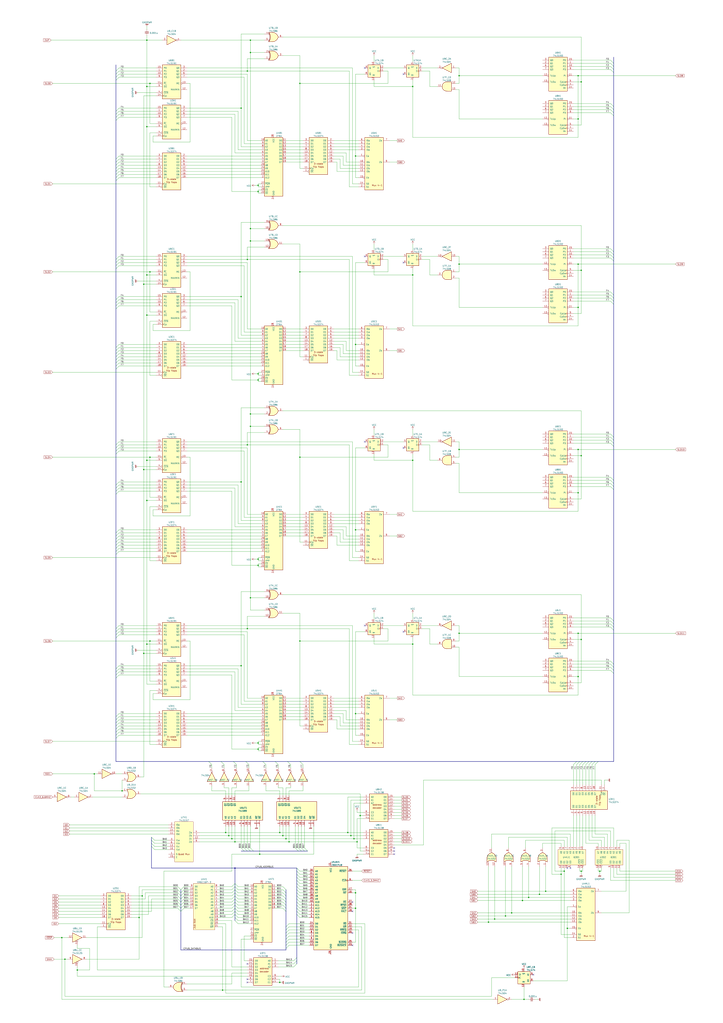
<source format=kicad_sch>
(kicad_sch (version 20211123) (generator eeschema)
  (paper "A1" portrait)
  (title_block (title "EXERION") (rev "A0") (company "JALECO EX-8315") (comment 1 "MADE IN JAPAN") (comment 2 "TRANSCRIBED BY ANTON GALE"))
  (junction (at 293.37 692.15))
  (junction (at 198.12 88.9))
  (junction (at 377.19 217.17))
  (junction (at 474.98 405.13))
  (junction (at 123.19 223.52))
  (junction (at 377.19 520.7))
  (junction (at 292.1 283.21))
  (junction (at 246.38 375.92))
  (junction (at 120.65 378.46))
  (junction (at 477.52 222.25))
  (junction (at 477.52 716.28))
  (junction (at 474.98 217.17))
  (junction (at 232.41 687.07))
  (junction (at 120.65 33.02))
  (junction (at 295.91 670.56))
  (junction (at 120.65 259.08))
  (junction (at 187.96 687.07))
  (junction (at 406.4 755.65))
  (junction (at 185.42 684.53))
  (junction (at 415.29 753.11))
  (junction (at 205.74 340.36))
  (junction (at 193.04 692.15))
  (junction (at 474.98 520.7))
  (junction (at 212.09 459.74))
  (junction (at 120.65 71.12))
  (junction (at 120.65 529.59))
  (junction (at 193.04 713.74))
  (junction (at 474.98 369.57))
  (junction (at 237.49 692.15))
  (junction (at 213.36 702.31))
  (junction (at 198.12 243.84))
  (junction (at 116.84 736.6))
  (junction (at 339.09 378.46))
  (junction (at 477.52 525.78))
  (junction (at 120.65 226.06))
  (junction (at 77.47 636.27))
  (junction (at 120.65 104.14))
  (junction (at 290.83 689.61))
  (junction (at 474.98 556.26))
  (junction (at 205.74 43.18))
  (junction (at 203.2 58.42))
  (junction (at 401.32 758.19))
  (junction (at 212.09 157.48))
  (junction (at 246.38 223.52))
  (junction (at 420.37 750.57))
  (junction (at 463.55 716.28))
  (junction (at 205.74 187.96))
  (junction (at 477.52 67.31))
  (junction (at 198.12 547.37))
  (junction (at 434.34 737.87))
  (junction (at 53.34 788.67))
  (junction (at 339.09 529.59))
  (junction (at 123.19 527.05))
  (junction (at 377.19 369.57))
  (junction (at 448.31 732.79))
  (junction (at 123.19 375.92))
  (junction (at 292.1 128.27))
  (junction (at 120.65 411.48))
  (junction (at 118.11 537.21))
  (junction (at 212.09 615.95))
  (junction (at 182.88 814.07))
  (junction (at 190.5 689.61))
  (junction (at 339.09 226.06))
  (junction (at 292.1 734.06))
  (junction (at 205.74 198.12))
  (junction (at 205.74 350.52))
  (junction (at 246.38 68.58))
  (junction (at 203.2 213.36))
  (junction (at 198.12 396.24))
  (junction (at 118.11 233.68))
  (junction (at 203.2 365.76))
  (junction (at 430.53 821.69))
  (junction (at 205.74 33.02))
  (junction (at 339.09 71.12))
  (junction (at 292.1 435.61))
  (junction (at 203.2 516.89))
  (junction (at 100.33 650.24))
  (junction (at 63.5 797.56))
  (junction (at 229.87 807.72))
  (junction (at 477.52 374.65))
  (junction (at 466.09 763.27))
  (junction (at 50.8 770.89))
  (junction (at 285.75 684.53))
  (junction (at 212.09 610.87))
  (junction (at 205.74 491.49))
  (junction (at 229.87 684.53))
  (junction (at 461.01 718.82))
  (junction (at 212.09 152.4))
  (junction (at 234.95 689.61))
  (junction (at 474.98 252.73))
  (junction (at 118.11 386.08))
  (junction (at 377.19 62.23))
  (junction (at 292.1 746.76))
  (junction (at 292.1 586.74))
  (junction (at 212.09 312.42))
  (junction (at 123.19 68.58))
  (junction (at 443.23 735.33))
  (junction (at 474.98 97.79))
  (junction (at 246.38 527.05))
  (junction (at 429.26 740.41))
  (junction (at 492.76 716.28))
  (junction (at 288.29 687.07))
  (junction (at 212.09 464.82))
  (junction (at 474.98 62.23))
  (junction (at 212.09 307.34))
  (junction (at 114.3 754.38))
  (no_connect (at 331.47 519.43))
  (no_connect (at 299.72 514.35))
  (no_connect (at 468.63 713.74))
  (no_connect (at 466.09 713.74))
  (no_connect (at 289.56 741.68))
  (no_connect (at 289.56 749.3))
  (no_connect (at 289.56 777.24))
  (no_connect (at 289.56 767.08))
  (no_connect (at -285.75 504.19))
  (no_connect (at -397.51 340.36))
  (no_connect (at -374.65 434.34))
  (no_connect (at 438.15 801.37))
  (no_connect (at 299.72 363.22))
  (no_connect (at 299.72 210.82))
  (no_connect (at 323.85 699.77))
  (no_connect (at 323.85 697.23))
  (no_connect (at 323.85 702.31))
  (no_connect (at 331.47 215.9))
  (no_connect (at 203.2 792.48))
  (no_connect (at 203.2 807.72))
  (no_connect (at 203.2 805.18))
  (no_connect (at 331.47 60.96))
  (no_connect (at 299.72 55.88))
  (no_connect (at 331.47 368.3))
  (bus_entry (at 97.79 300.99) (size -2.54 2.54))
  (bus_entry (at 97.79 135.89) (size -2.54 2.54))
  (bus_entry (at 200.66 699.77) (size -2.54 -2.54))
  (bus_entry (at 97.79 251.46) (size -2.54 2.54))
  (bus_entry (at 243.84 792.48) (size -2.54 2.54))
  (bus_entry (at 193.04 734.06) (size -2.54 2.54))
  (bus_entry (at 234.95 762) (size 2.54 -2.54))
  (bus_entry (at 97.79 519.43) (size -2.54 2.54))
  (bus_entry (at 97.79 516.89) (size -2.54 2.54))
  (bus_entry (at 193.04 751.84) (size 2.54 2.54))
  (bus_entry (at 243.84 731.52) (size 2.54 2.54))
  (bus_entry (at 97.79 445.77) (size -2.54 2.54))
  (bus_entry (at 193.04 728.98) (size -2.54 2.54))
  (bus_entry (at 215.9 626.11) (size 2.54 2.54))
  (bus_entry (at 501.65 397.51) (size 2.54 2.54))
  (bus_entry (at 501.65 240.03) (size 2.54 2.54))
  (bus_entry (at 97.79 589.28) (size -2.54 2.54))
  (bus_entry (at 245.11 699.77) (size -2.54 -2.54))
  (bus_entry (at 97.79 398.78) (size -2.54 2.54))
  (bus_entry (at 148.59 736.6) (size -2.54 -2.54))
  (bus_entry (at 97.79 435.61) (size -2.54 2.54))
  (bus_entry (at 148.59 736.6) (size 2.54 -2.54))
  (bus_entry (at 483.87 628.65) (size 2.54 -2.54))
  (bus_entry (at 234.95 769.62) (size 2.54 -2.54))
  (bus_entry (at 97.79 88.9) (size -2.54 2.54))
  (bus_entry (at 247.65 699.77) (size -2.54 -2.54))
  (bus_entry (at 97.79 368.3) (size -2.54 2.54))
  (bus_entry (at 243.84 723.9) (size 2.54 2.54))
  (bus_entry (at 193.04 739.14) (size 2.54 2.54))
  (bus_entry (at 501.65 400.05) (size 2.54 2.54))
  (bus_entry (at 234.95 746.76) (size -2.54 -2.54))
  (bus_entry (at 97.79 443.23) (size -2.54 2.54))
  (bus_entry (at 234.95 736.6) (size -2.54 -2.54))
  (bus_entry (at 243.84 744.22) (size 2.54 2.54))
  (bus_entry (at 97.79 547.37) (size -2.54 2.54))
  (bus_entry (at 148.59 731.52) (size 2.54 -2.54))
  (bus_entry (at 193.04 741.68) (size 2.54 2.54))
  (bus_entry (at 501.65 546.1) (size 2.54 2.54))
  (bus_entry (at 478.79 628.65) (size 2.54 -2.54))
  (bus_entry (at 97.79 248.92) (size -2.54 2.54))
  (bus_entry (at 97.79 298.45) (size -2.54 2.54))
  (bus_entry (at 97.79 293.37) (size -2.54 2.54))
  (bus_entry (at 234.95 739.14) (size -2.54 -2.54))
  (bus_entry (at 97.79 283.21) (size -2.54 2.54))
  (bus_entry (at 243.84 736.6) (size 2.54 2.54))
  (bus_entry (at 246.38 626.11) (size 2.54 2.54))
  (bus_entry (at 148.59 746.76) (size 2.54 -2.54))
  (bus_entry (at 486.41 628.65) (size 2.54 -2.54))
  (bus_entry (at 97.79 96.52) (size -2.54 2.54))
  (bus_entry (at 97.79 514.35) (size -2.54 2.54))
  (bus_entry (at 501.65 364.49) (size 2.54 2.54))
  (bus_entry (at 97.79 586.74) (size -2.54 2.54))
  (bus_entry (at 97.79 591.82) (size -2.54 2.54))
  (bus_entry (at 481.33 628.65) (size 2.54 -2.54))
  (bus_entry (at 243.84 739.14) (size 2.54 2.54))
  (bus_entry (at 501.65 551.18) (size 2.54 2.54))
  (bus_entry (at 193.04 744.22) (size 2.54 2.54))
  (bus_entry (at 501.65 87.63) (size 2.54 2.54))
  (bus_entry (at 193.04 744.22) (size -2.54 2.54))
  (bus_entry (at 97.79 146.05) (size -2.54 2.54))
  (bus_entry (at 97.79 93.98) (size -2.54 2.54))
  (bus_entry (at 501.65 212.09) (size 2.54 2.54))
  (bus_entry (at 148.59 744.22) (size -2.54 -2.54))
  (bus_entry (at 193.04 726.44) (size -2.54 2.54))
  (bus_entry (at 226.06 626.11) (size 2.54 2.54))
  (bus_entry (at 97.79 285.75) (size -2.54 2.54))
  (bus_entry (at 97.79 213.36) (size -2.54 2.54))
  (bus_entry (at 124.46 690.88) (size 2.54 2.54))
  (bus_entry (at 501.65 247.65) (size 2.54 2.54))
  (bus_entry (at 148.59 739.14) (size 2.54 -2.54))
  (bus_entry (at 193.04 741.68) (size -2.54 2.54))
  (bus_entry (at 97.79 601.98) (size -2.54 2.54))
  (bus_entry (at 236.22 626.11) (size 2.54 2.54))
  (bus_entry (at 193.04 734.06) (size 2.54 2.54))
  (bus_entry (at 234.95 764.54) (size 2.54 -2.54))
  (bus_entry (at 243.84 726.44) (size 2.54 2.54))
  (bus_entry (at 234.95 734.06) (size -2.54 -2.54))
  (bus_entry (at 193.04 728.98) (size 2.54 2.54))
  (bus_entry (at 193.04 749.3) (size -2.54 2.54))
  (bus_entry (at 501.65 515.62) (size 2.54 2.54))
  (bus_entry (at 97.79 450.85) (size -2.54 2.54))
  (bus_entry (at 148.59 739.14) (size -2.54 -2.54))
  (bus_entry (at 234.95 774.7) (size 2.54 -2.54))
  (bus_entry (at 97.79 246.38) (size -2.54 2.54))
  (bus_entry (at 97.79 554.99) (size -2.54 2.54))
  (bus_entry (at 97.79 594.36) (size -2.54 2.54))
  (bus_entry (at 148.59 741.68) (size -2.54 -2.54))
  (bus_entry (at 124.46 688.34) (size 2.54 2.54))
  (bus_entry (at 501.65 548.64) (size 2.54 2.54))
  (bus_entry (at 243.84 787.4) (size -2.54 2.54))
  (bus_entry (at 243.84 716.28) (size 2.54 2.54))
  (bus_entry (at 148.59 749.3) (size -2.54 -2.54))
  (bus_entry (at 208.28 699.77) (size -2.54 -2.54))
  (bus_entry (at 97.79 396.24) (size -2.54 2.54))
  (bus_entry (at 243.84 728.98) (size 2.54 2.54))
  (bus_entry (at 193.04 739.14) (size -2.54 2.54))
  (bus_entry (at 501.65 356.87) (size 2.54 2.54))
  (bus_entry (at 124.46 695.96) (size 2.54 2.54))
  (bus_entry (at 97.79 604.52) (size -2.54 2.54))
  (bus_entry (at 97.79 549.91) (size -2.54 2.54))
  (bus_entry (at 488.95 628.65) (size 2.54 -2.54))
  (bus_entry (at 97.79 55.88) (size -2.54 2.54))
  (bus_entry (at 97.79 58.42) (size -2.54 2.54))
  (bus_entry (at 97.79 63.5) (size -2.54 2.54))
  (bus_entry (at 97.79 60.96) (size -2.54 2.54))
  (bus_entry (at 193.04 749.3) (size 2.54 2.54))
  (bus_entry (at 97.79 599.44) (size -2.54 2.54))
  (bus_entry (at 501.65 392.43) (size 2.54 2.54))
  (bus_entry (at 171.45 626.11) (size 2.54 2.54))
  (bus_entry (at 191.77 626.11) (size 2.54 2.54))
  (bus_entry (at 201.93 626.11) (size 2.54 2.54))
  (bus_entry (at 181.61 626.11) (size 2.54 2.54))
  (bus_entry (at 501.65 90.17) (size 2.54 2.54))
  (bus_entry (at 501.65 508) (size 2.54 2.54))
  (bus_entry (at 148.59 746.76) (size -2.54 -2.54))
  (bus_entry (at 97.79 215.9) (size -2.54 2.54))
  (bus_entry (at 501.65 245.11) (size 2.54 2.54))
  (bus_entry (at 97.79 295.91) (size -2.54 2.54))
  (bus_entry (at 234.95 779.78) (size 2.54 -2.54))
  (bus_entry (at 234.95 744.22) (size -2.54 -2.54))
  (bus_entry (at 193.04 731.52) (size 2.54 2.54))
  (bus_entry (at 97.79 128.27) (size -2.54 2.54))
  (bus_entry (at 243.84 734.06) (size 2.54 2.54))
  (bus_entry (at 501.65 52.07) (size 2.54 2.54))
  (bus_entry (at 97.79 210.82) (size -2.54 2.54))
  (bus_entry (at 243.84 789.94) (size -2.54 2.54))
  (bus_entry (at 203.2 699.77) (size -2.54 -2.54))
  (bus_entry (at 97.79 448.31) (size -2.54 2.54))
  (bus_entry (at 97.79 288.29) (size -2.54 2.54))
  (bus_entry (at 97.79 552.45) (size -2.54 2.54))
  (bus_entry (at 97.79 363.22) (size -2.54 2.54))
  (bus_entry (at 501.65 85.09) (size 2.54 2.54))
  (bus_entry (at 97.79 130.81) (size -2.54 2.54))
  (bus_entry (at 193.04 756.92) (size 2.54 2.54))
  (bus_entry (at 243.84 718.82) (size 2.54 2.54))
  (bus_entry (at 193.04 751.84) (size -2.54 2.54))
  (bus_entry (at 476.25 628.65) (size 2.54 -2.54))
  (bus_entry (at 243.84 751.84) (size 2.54 2.54))
  (bus_entry (at 97.79 370.84) (size -2.54 2.54))
  (bus_entry (at 97.79 596.9) (size -2.54 2.54))
  (bus_entry (at 501.65 510.54) (size 2.54 2.54))
  (bus_entry (at 501.65 92.71) (size 2.54 2.54))
  (bus_entry (at 234.95 749.3) (size -2.54 -2.54))
  (bus_entry (at 501.65 57.15) (size 2.54 2.54))
  (bus_entry (at 193.04 746.76) (size 2.54 2.54))
  (bus_entry (at 148.59 741.68) (size 2.54 -2.54))
  (bus_entry (at 234.95 767.08) (size 2.54 -2.54))
  (bus_entry (at 501.65 54.61) (size 2.54 2.54))
  (bus_entry (at 205.74 699.77) (size -2.54 -2.54))
  (bus_entry (at 234.95 772.16) (size 2.54 -2.54))
  (bus_entry (at 97.79 143.51) (size -2.54 2.54))
  (bus_entry (at 501.65 204.47) (size 2.54 2.54))
  (bus_entry (at 501.65 242.57) (size 2.54 2.54))
  (bus_entry (at 97.79 365.76) (size -2.54 2.54))
  (bus_entry (at 243.84 746.76) (size 2.54 2.54))
  (bus_entry (at 97.79 438.15) (size -2.54 2.54))
  (bus_entry (at 97.79 453.39) (size -2.54 2.54))
  (bus_entry (at 243.84 713.74) (size 2.54 2.54))
  (bus_entry (at 193.04 736.6) (size 2.54 2.54))
  (bus_entry (at 148.59 731.52) (size -2.54 -2.54))
  (bus_entry (at 148.59 734.06) (size 2.54 -2.54))
  (bus_entry (at 234.95 741.68) (size -2.54 -2.54))
  (bus_entry (at 234.95 777.24) (size 2.54 -2.54))
  (bus_entry (at 193.04 726.44) (size 2.54 2.54))
  (bus_entry (at 501.65 513.08) (size 2.54 2.54))
  (bus_entry (at 97.79 218.44) (size -2.54 2.54))
  (bus_entry (at 97.79 140.97) (size -2.54 2.54))
  (bus_entry (at 193.04 736.6) (size -2.54 2.54))
  (bus_entry (at 148.59 734.06) (size -2.54 -2.54))
  (bus_entry (at 97.79 243.84) (size -2.54 2.54))
  (bus_entry (at 97.79 290.83) (size -2.54 2.54))
  (bus_entry (at 97.79 133.35) (size -2.54 2.54))
  (bus_entry (at 243.84 721.36) (size 2.54 2.54))
  (bus_entry (at 501.65 209.55) (size 2.54 2.54))
  (bus_entry (at 97.79 440.69) (size -2.54 2.54))
  (bus_entry (at 97.79 521.97) (size -2.54 2.54))
  (bus_entry (at 501.65 49.53) (size 2.54 2.54))
  (bus_entry (at 501.65 543.56) (size 2.54 2.54))
  (bus_entry (at 471.17 628.65) (size 2.54 -2.54))
  (bus_entry (at 501.65 207.01) (size 2.54 2.54))
  (bus_entry (at 193.04 754.38) (size 2.54 2.54))
  (bus_entry (at 97.79 91.44) (size -2.54 2.54))
  (bus_entry (at 148.59 744.22) (size 2.54 -2.54))
  (bus_entry (at 97.79 403.86) (size -2.54 2.54))
  (bus_entry (at 193.04 731.52) (size -2.54 2.54))
  (bus_entry (at 252.73 699.77) (size -2.54 -2.54))
  (bus_entry (at 97.79 401.32) (size -2.54 2.54))
  (bus_entry (at 243.84 741.68) (size 2.54 2.54))
  (bus_entry (at 501.65 394.97) (size 2.54 2.54))
  (bus_entry (at 501.65 361.95) (size 2.54 2.54))
  (bus_entry (at 243.84 749.3) (size 2.54 2.54))
  (bus_entry (at 124.46 693.42) (size 2.54 2.54))
  (bus_entry (at 97.79 138.43) (size -2.54 2.54))
  (bus_entry (at 501.65 359.41) (size 2.54 2.54))
  (bus_entry (at 234.95 731.52) (size -2.54 -2.54))
  (bus_entry (at 193.04 746.76) (size -2.54 2.54))
  (bus_entry (at 148.59 749.3) (size 2.54 -2.54))
  (bus_entry (at 473.71 628.65) (size 2.54 -2.54))
  (bus_entry (at 250.19 699.77) (size -2.54 -2.54))
  (bus (pts (xy 95.25 401.32) (xy 95.25 403.86)))
  (wire (pts (xy 471.17 217.17) (xy 474.98 217.17)))
  (wire (pts (xy 205.74 350.52) (xy 205.74 491.49)))
  (wire (pts (xy 121.92 751.84) (xy 121.92 736.6)))
  (wire (pts (xy 97.79 300.99) (xy 128.27 300.99)))
  (wire (pts (xy 153.67 370.84) (xy 200.66 370.84)))
  (wire (pts (xy 97.79 368.3) (xy 128.27 368.3)))
  (wire (pts (xy 238.76 646.43) (xy 238.76 647.7)))
  (wire (pts (xy 217.17 340.36) (xy 205.74 340.36)))
  (wire (pts (xy 287.02 612.14) (xy 287.02 516.89)))
  (wire (pts (xy 237.49 692.15) (xy 193.04 692.15)))
  (wire (pts (xy 292.1 60.96) (xy 292.1 128.27)))
  (bus (pts (xy 193.04 741.68) (xy 193.04 744.22)))
  (bus (pts (xy 193.04 736.6) (xy 193.04 739.14)))
  (wire (pts (xy 287.02 461.01) (xy 287.02 365.76)))
  (wire (pts (xy 474.98 369.57) (xy 474.98 405.13)))
  (wire (pts (xy 190.5 654.05) (xy 190.5 647.7)))
  (bus (pts (xy 193.04 713.74) (xy 243.84 713.74)))
  (wire (pts (xy 471.17 410.21) (xy 477.52 410.21)))
  (bus (pts (xy 148.59 736.6) (xy 148.59 734.06)))
  (bus (pts (xy 226.06 626.11) (xy 236.22 626.11)))
  (wire (pts (xy 134.62 716.28) (xy 190.5 716.28)))
  (bus (pts (xy 95.25 599.44) (xy 95.25 601.98)))
  (wire (pts (xy 501.65 551.18) (xy 471.17 551.18)))
  (wire (pts (xy 187.96 654.05) (xy 187.96 647.7)))
  (wire (pts (xy 248.92 628.65) (xy 248.92 631.19)))
  (wire (pts (xy 314.96 363.22) (xy 331.47 363.22)))
  (wire (pts (xy 506.73 690.88) (xy 516.89 690.88)))
  (wire (pts (xy 97.79 370.84) (xy 128.27 370.84)))
  (wire (pts (xy 156.21 527.05) (xy 156.21 575.31)))
  (wire (pts (xy 468.63 685.8) (xy 468.63 695.96)))
  (wire (pts (xy 120.65 562.61) (xy 128.27 562.61)))
  (wire (pts (xy 448.31 732.79) (xy 468.63 732.79)))
  (bus (pts (xy 234.95 779.78) (xy 234.95 781.05)))
  (wire (pts (xy 128.27 101.6) (xy 123.19 101.6)))
  (wire (pts (xy 153.67 285.75) (xy 214.63 285.75)))
  (wire (pts (xy 193.04 650.24) (xy 204.47 650.24)))
  (wire (pts (xy 234.95 123.19) (xy 248.92 123.19)))
  (wire (pts (xy 195.58 278.13) (xy 214.63 278.13)))
  (bus (pts (xy 243.84 731.52) (xy 243.84 734.06)))
  (wire (pts (xy 212.09 151.13) (xy 212.09 152.4)))
  (wire (pts (xy 463.55 690.88) (xy 463.55 695.96)))
  (wire (pts (xy 123.19 264.16) (xy 123.19 308.61)))
  (wire (pts (xy 506.73 718.82) (xy 554.99 718.82)))
  (bus (pts (xy 486.41 626.11) (xy 488.95 626.11)))
  (wire (pts (xy 125.73 419.1) (xy 128.27 419.1)))
  (wire (pts (xy 228.6 795.02) (xy 241.3 795.02)))
  (wire (pts (xy 434.34 737.87) (xy 468.63 737.87)))
  (bus (pts (xy 478.79 626.11) (xy 481.33 626.11)))
  (wire (pts (xy 514.35 732.79) (xy 514.35 693.42)))
  (wire (pts (xy 323.85 694.69) (xy 347.98 694.69)))
  (wire (pts (xy 392.43 735.33) (xy 443.23 735.33)))
  (wire (pts (xy 339.09 200.66) (xy 339.09 205.74)))
  (wire (pts (xy 346.71 365.76) (xy 353.06 365.76)))
  (wire (pts (xy 477.52 374.65) (xy 471.17 374.65)))
  (wire (pts (xy 430.53 811.53) (xy 430.53 821.69)))
  (wire (pts (xy 237.49 777.24) (xy 254 777.24)))
  (wire (pts (xy 195.58 754.38) (xy 205.74 754.38)))
  (wire (pts (xy 234.95 288.29) (xy 248.92 288.29)))
  (wire (pts (xy 292.1 128.27) (xy 294.64 128.27)))
  (wire (pts (xy 289.56 210.82) (xy 289.56 306.07)))
  (wire (pts (xy 218.44 628.65) (xy 218.44 631.19)))
  (wire (pts (xy 120.65 71.12) (xy 120.65 104.14)))
  (bus (pts (xy 95.25 295.91) (xy 95.25 298.45)))
  (wire (pts (xy 494.03 641.35) (xy 347.98 641.35)))
  (wire (pts (xy 246.38 734.06) (xy 254 734.06)))
  (wire (pts (xy 209.55 610.87) (xy 212.09 610.87)))
  (wire (pts (xy 294.64 448.31) (xy 276.86 448.31)))
  (wire (pts (xy 392.43 755.65) (xy 406.4 755.65)))
  (wire (pts (xy 153.67 215.9) (xy 203.2 215.9)))
  (wire (pts (xy 205.74 198.12) (xy 205.74 340.36)))
  (bus (pts (xy 200.66 699.77) (xy 198.12 699.77)))
  (wire (pts (xy 163.83 684.53) (xy 185.42 684.53)))
  (wire (pts (xy 377.19 556.26) (xy 445.77 556.26)))
  (bus (pts (xy 473.71 626.11) (xy 476.25 626.11)))
  (bus (pts (xy 95.25 596.9) (xy 95.25 599.44)))
  (wire (pts (xy 77.47 636.27) (xy 77.47 650.24)))
  (wire (pts (xy 281.94 586.74) (xy 281.94 594.36)))
  (bus (pts (xy 504.19 548.64) (xy 504.19 551.18)))
  (wire (pts (xy 151.13 736.6) (xy 156.21 736.6)))
  (bus (pts (xy 504.19 247.65) (xy 504.19 250.19)))
  (wire (pts (xy 153.67 438.15) (xy 214.63 438.15)))
  (wire (pts (xy 153.67 223.52) (xy 156.21 223.52)))
  (wire (pts (xy 212.09 307.34) (xy 212.09 308.61)))
  (wire (pts (xy 403.86 685.8) (xy 468.63 685.8)))
  (wire (pts (xy 246.38 375.92) (xy 246.38 445.77)))
  (wire (pts (xy 212.09 461.01) (xy 214.63 461.01)))
  (bus (pts (xy 504.19 361.95) (xy 504.19 364.49)))
  (wire (pts (xy 97.79 243.84) (xy 128.27 243.84)))
  (wire (pts (xy 153.67 96.52) (xy 190.5 96.52)))
  (wire (pts (xy 374.65 210.82) (xy 377.19 210.82)))
  (wire (pts (xy 123.19 223.52) (xy 128.27 223.52)))
  (wire (pts (xy 516.89 690.88) (xy 516.89 750.57)))
  (wire (pts (xy 461.01 693.42) (xy 461.01 695.96)))
  (wire (pts (xy 234.95 647.7) (xy 238.76 647.7)))
  (wire (pts (xy 289.56 514.35) (xy 289.56 609.6)))
  (wire (pts (xy 198.12 811.53) (xy 198.12 772.16)))
  (wire (pts (xy 48.26 739.14) (xy 82.55 739.14)))
  (wire (pts (xy 198.12 772.16) (xy 205.74 772.16)))
  (wire (pts (xy 118.11 78.74) (xy 118.11 233.68)))
  (wire (pts (xy 471.17 628.65) (xy 471.17 645.16)))
  (bus (pts (xy 483.87 626.11) (xy 486.41 626.11)))
  (wire (pts (xy 97.79 143.51) (xy 128.27 143.51)))
  (bus (pts (xy 504.19 402.59) (xy 504.19 510.54)))
  (wire (pts (xy 128.27 560.07) (xy 123.19 560.07)))
  (wire (pts (xy 153.67 298.45) (xy 214.63 298.45)))
  (wire (pts (xy 481.33 628.65) (xy 481.33 645.16)))
  (wire (pts (xy 347.98 641.35) (xy 347.98 694.69)))
  (wire (pts (xy 153.67 552.45) (xy 193.04 552.45)))
  (wire (pts (xy 217.17 187.96) (xy 205.74 187.96)))
  (wire (pts (xy 491.49 713.74) (xy 491.49 716.28)))
  (wire (pts (xy 477.52 257.81) (xy 477.52 222.25)))
  (wire (pts (xy 228.6 628.65) (xy 228.6 631.19)))
  (wire (pts (xy 205.74 33.02) (xy 205.74 43.18)))
  (wire (pts (xy 377.19 369.57) (xy 377.19 375.92)))
  (bus (pts (xy 95.25 220.98) (xy 95.25 246.38)))
  (bus (pts (xy 148.59 746.76) (xy 148.59 744.22)))
  (wire (pts (xy 289.56 363.22) (xy 289.56 458.47)))
  (wire (pts (xy 97.79 295.91) (xy 128.27 295.91)))
  (wire (pts (xy 237.49 774.7) (xy 254 774.7)))
  (bus (pts (xy 504.19 551.18) (xy 504.19 553.72)))
  (wire (pts (xy 153.67 591.82) (xy 214.63 591.82)))
  (wire (pts (xy 234.95 280.67) (xy 248.92 280.67)))
  (wire (pts (xy 200.66 576.58) (xy 214.63 576.58)))
  (wire (pts (xy 234.95 118.11) (xy 248.92 118.11)))
  (wire (pts (xy 377.19 73.66) (xy 377.19 97.79)))
  (wire (pts (xy 294.64 461.01) (xy 287.02 461.01)))
  (bus (pts (xy 95.25 591.82) (xy 95.25 594.36)))
  (wire (pts (xy 307.34 200.66) (xy 307.34 205.74)))
  (wire (pts (xy 234.95 120.65) (xy 248.92 120.65)))
  (wire (pts (xy 501.65 245.11) (xy 471.17 245.11)))
  (wire (pts (xy 246.38 504.19) (xy 246.38 527.05)))
  (wire (pts (xy 466.09 806.45) (xy 438.15 806.45)))
  (wire (pts (xy 107.95 739.14) (xy 119.38 739.14)))
  (wire (pts (xy 290.83 689.61) (xy 290.83 660.4)))
  (wire (pts (xy 212.09 464.82) (xy 212.09 466.09)))
  (wire (pts (xy 476.25 670.56) (xy 476.25 695.96)))
  (wire (pts (xy 234.95 586.74) (xy 248.92 586.74)))
  (wire (pts (xy 274.32 584.2) (xy 284.48 584.2)))
  (wire (pts (xy 209.55 307.34) (xy 212.09 307.34)))
  (wire (pts (xy 514.35 693.42) (xy 509.27 693.42)))
  (wire (pts (xy 445.77 693.42) (xy 461.01 693.42)))
  (wire (pts (xy 307.34 353.06) (xy 307.34 358.14)))
  (wire (pts (xy 120.65 529.59) (xy 120.65 562.61)))
  (wire (pts (xy 506.73 695.96) (xy 506.73 690.88)))
  (wire (pts (xy 293.37 692.15) (xy 293.37 697.23)))
  (wire (pts (xy 203.2 802.64) (xy 63.5 802.64)))
  (wire (pts (xy 200.66 118.11) (xy 214.63 118.11)))
  (wire (pts (xy 237.49 762) (xy 254 762)))
  (wire (pts (xy 97.79 285.75) (xy 128.27 285.75)))
  (wire (pts (xy 415.29 753.11) (xy 468.63 753.11)))
  (wire (pts (xy 58.42 655.32) (xy 60.96 655.32)))
  (wire (pts (xy 299.72 759.46) (xy 289.56 759.46)))
  (wire (pts (xy 289.56 762) (xy 297.18 762)))
  (wire (pts (xy 374.65 363.22) (xy 377.19 363.22)))
  (bus (pts (xy 504.19 59.69) (xy 504.19 87.63)))
  (bus (pts (xy 193.04 731.52) (xy 193.04 734.06)))
  (wire (pts (xy 477.52 410.21) (xy 477.52 374.65)))
  (wire (pts (xy 229.87 684.53) (xy 185.42 684.53)))
  (wire (pts (xy 200.66 521.97) (xy 200.66 576.58)))
  (bus (pts (xy 504.19 250.19) (xy 504.19 359.41)))
  (wire (pts (xy 48.26 736.6) (xy 82.55 736.6)))
  (wire (pts (xy 190.5 746.76) (xy 179.07 746.76)))
  (wire (pts (xy 377.19 228.6) (xy 377.19 252.73)))
  (wire (pts (xy 203.2 574.04) (xy 214.63 574.04)))
  (wire (pts (xy 151.13 746.76) (xy 156.21 746.76)))
  (wire (pts (xy 193.04 654.05) (xy 193.04 650.24)))
  (bus (pts (xy 95.25 445.77) (xy 95.25 448.31)))
  (wire (pts (xy 281.94 135.89) (xy 294.64 135.89)))
  (wire (pts (xy 474.98 217.17) (xy 474.98 252.73)))
  (bus (pts (xy 95.25 607.06) (xy 95.25 626.11)))
  (bus (pts (xy 504.19 92.71) (xy 504.19 95.25)))
  (wire (pts (xy 203.2 203.2) (xy 217.17 203.2)))
  (wire (pts (xy 276.86 133.35) (xy 274.32 133.35)))
  (bus (pts (xy 504.19 513.08) (xy 504.19 515.62)))
  (wire (pts (xy 190.5 734.06) (xy 179.07 734.06)))
  (wire (pts (xy 200.66 425.45) (xy 214.63 425.45)))
  (wire (pts (xy 294.64 295.91) (xy 276.86 295.91)))
  (wire (pts (xy 120.65 411.48) (xy 128.27 411.48)))
  (wire (pts (xy 374.65 381) (xy 377.19 381)))
  (bus (pts (xy 95.25 521.97) (xy 95.25 524.51)))
  (wire (pts (xy 97.79 403.86) (xy 128.27 403.86)))
  (wire (pts (xy 237.49 767.08) (xy 254 767.08)))
  (wire (pts (xy 212.09 610.87) (xy 212.09 612.14)))
  (wire (pts (xy 246.38 223.52) (xy 246.38 293.37)))
  (wire (pts (xy 203.2 800.1) (xy 190.5 800.1)))
  (wire (pts (xy 128.27 226.06) (xy 120.65 226.06)))
  (bus (pts (xy 124.46 693.42) (xy 124.46 695.96)))
  (wire (pts (xy 307.34 226.06) (xy 339.09 226.06)))
  (wire (pts (xy 203.2 797.56) (xy 80.01 797.56)))
  (wire (pts (xy 294.64 604.52) (xy 292.1 604.52)))
  (wire (pts (xy 234.95 115.57) (xy 248.92 115.57)))
  (wire (pts (xy 228.6 792.48) (xy 241.3 792.48)))
  (wire (pts (xy 97.79 396.24) (xy 128.27 396.24)))
  (wire (pts (xy 234.95 574.04) (xy 248.92 574.04)))
  (wire (pts (xy 212.09 312.42) (xy 212.09 313.69)))
  (wire (pts (xy 289.56 458.47) (xy 294.64 458.47)))
  (wire (pts (xy 276.86 288.29) (xy 274.32 288.29)))
  (wire (pts (xy 434.34 712.47) (xy 434.34 737.87)))
  (bus (pts (xy 243.84 739.14) (xy 243.84 741.68)))
  (bus (pts (xy 234.95 736.6) (xy 234.95 739.14)))
  (wire (pts (xy 246.38 718.82) (xy 254 718.82)))
  (wire (pts (xy 63.5 797.56) (xy 63.5 795.02)))
  (wire (pts (xy 455.93 716.28) (xy 463.55 716.28)))
  (wire (pts (xy 314.96 213.36) (xy 318.77 213.36)))
  (bus (pts (xy 95.25 251.46) (xy 95.25 254)))
  (bus (pts (xy 246.38 626.11) (xy 473.71 626.11)))
  (wire (pts (xy 128.27 109.22) (xy 123.19 109.22)))
  (wire (pts (xy 501.65 683.26) (xy 455.93 683.26)))
  (wire (pts (xy 80.01 797.56) (xy 80.01 762)))
  (wire (pts (xy 128.27 233.68) (xy 118.11 233.68)))
  (bus (pts (xy 250.19 699.77) (xy 247.65 699.77)))
  (bus (pts (xy 95.25 516.89) (xy 95.25 519.43)))
  (wire (pts (xy 187.96 687.07) (xy 187.96 679.45)))
  (bus (pts (xy 504.19 209.55) (xy 504.19 212.09)))
  (wire (pts (xy 153.67 445.77) (xy 214.63 445.77)))
  (wire (pts (xy 193.04 433.07) (xy 214.63 433.07)))
  (wire (pts (xy 209.55 459.74) (xy 212.09 459.74)))
  (wire (pts (xy 292.1 774.7) (xy 289.56 774.7)))
  (bus (pts (xy 243.84 723.9) (xy 243.84 726.44)))
  (bus (pts (xy 245.11 699.77) (xy 208.28 699.77)))
  (wire (pts (xy 339.09 504.19) (xy 339.09 509.27)))
  (wire (pts (xy 377.19 210.82) (xy 377.19 217.17)))
  (wire (pts (xy 314.96 58.42) (xy 318.77 58.42)))
  (wire (pts (xy 232.41 679.45) (xy 232.41 687.07)))
  (wire (pts (xy 274.32 130.81) (xy 279.4 130.81)))
  (wire (pts (xy 107.95 754.38) (xy 114.3 754.38)))
  (bus (pts (xy 95.25 594.36) (xy 95.25 596.9)))
  (wire (pts (xy 190.5 744.22) (xy 179.07 744.22)))
  (wire (pts (xy 116.84 770.89) (xy 116.84 736.6)))
  (bus (pts (xy 95.25 293.37) (xy 95.25 295.91)))
  (wire (pts (xy 287.02 516.89) (xy 203.2 516.89)))
  (wire (pts (xy 281.94 435.61) (xy 281.94 443.23)))
  (wire (pts (xy 279.4 285.75) (xy 279.4 293.37)))
  (wire (pts (xy 97.79 552.45) (xy 128.27 552.45)))
  (wire (pts (xy 494.03 690.88) (xy 494.03 695.96)))
  (wire (pts (xy 246.38 739.14) (xy 254 739.14)))
  (wire (pts (xy 248.92 596.9) (xy 246.38 596.9)))
  (bus (pts (xy 95.25 519.43) (xy 95.25 521.97)))
  (wire (pts (xy 97.79 521.97) (xy 128.27 521.97)))
  (wire (pts (xy 392.43 732.79) (xy 448.31 732.79)))
  (wire (pts (xy 190.5 615.95) (xy 212.09 615.95)))
  (bus (pts (xy 234.95 774.7) (xy 234.95 772.16)))
  (bus (pts (xy 193.04 751.84) (xy 193.04 754.38)))
  (wire (pts (xy 123.19 375.92) (xy 128.27 375.92)))
  (wire (pts (xy 346.71 58.42) (xy 353.06 58.42)))
  (wire (pts (xy 153.67 130.81) (xy 214.63 130.81)))
  (wire (pts (xy 234.95 278.13) (xy 248.92 278.13)))
  (wire (pts (xy 448.31 712.47) (xy 448.31 732.79)))
  (wire (pts (xy 292.1 283.21) (xy 294.64 283.21)))
  (wire (pts (xy 339.09 267.97) (xy 474.98 267.97)))
  (wire (pts (xy 153.67 210.82) (xy 289.56 210.82)))
  (wire (pts (xy 203.2 365.76) (xy 203.2 355.6)))
  (wire (pts (xy 477.52 561.34) (xy 477.52 525.78)))
  (wire (pts (xy 127 690.88) (xy 138.43 690.88)))
  (wire (pts (xy 163.83 692.15) (xy 193.04 692.15)))
  (wire (pts (xy 285.75 684.53) (xy 298.45 684.53)))
  (wire (pts (xy 193.04 552.45) (xy 193.04 584.2)))
  (wire (pts (xy 246.38 723.9) (xy 254 723.9)))
  (wire (pts (xy 323.85 665.48) (xy 330.2 665.48)))
  (wire (pts (xy 486.41 628.65) (xy 486.41 645.16)))
  (wire (pts (xy 289.56 55.88) (xy 289.56 151.13)))
  (wire (pts (xy 120.65 21.59) (xy 120.65 24.13)))
  (wire (pts (xy 246.38 68.58) (xy 246.38 138.43)))
  (bus (pts (xy 243.84 789.94) (xy 243.84 792.48)))
  (wire (pts (xy 292.1 215.9) (xy 299.72 215.9)))
  (wire (pts (xy 307.34 45.72) (xy 307.34 50.8)))
  (bus (pts (xy 95.25 66.04) (xy 95.25 91.44)))
  (wire (pts (xy 307.34 504.19) (xy 307.34 509.27)))
  (wire (pts (xy 153.67 213.36) (xy 203.2 213.36)))
  (wire (pts (xy 486.41 670.56) (xy 486.41 688.34)))
  (wire (pts (xy 214.63 579.12) (xy 198.12 579.12)))
  (wire (pts (xy 229.87 684.53) (xy 285.75 684.53)))
  (wire (pts (xy 76.2 655.32) (xy 100.33 655.32)))
  (wire (pts (xy 292.1 435.61) (xy 294.64 435.61)))
  (wire (pts (xy 293.37 668.02) (xy 293.37 666.75)))
  (wire (pts (xy 97.79 549.91) (xy 128.27 549.91)))
  (bus (pts (xy 481.33 626.11) (xy 483.87 626.11)))
  (wire (pts (xy 190.5 808.99) (xy 153.67 808.99)))
  (bus (pts (xy 215.9 626.11) (xy 226.06 626.11)))
  (wire (pts (xy 212.09 459.74) (xy 212.09 461.01)))
  (wire (pts (xy 232.41 731.52) (xy 226.06 731.52)))
  (wire (pts (xy 115.57 652.78) (xy 295.91 652.78)))
  (wire (pts (xy 153.67 251.46) (xy 190.5 251.46)))
  (wire (pts (xy 392.43 753.11) (xy 415.29 753.11)))
  (wire (pts (xy 153.67 594.36) (xy 214.63 594.36)))
  (wire (pts (xy 392.43 758.19) (xy 401.32 758.19)))
  (wire (pts (xy 234.95 283.21) (xy 248.92 283.21)))
  (wire (pts (xy 123.19 68.58) (xy 128.27 68.58)))
  (wire (pts (xy 107.95 736.6) (xy 116.84 736.6)))
  (wire (pts (xy 97.79 55.88) (xy 128.27 55.88)))
  (wire (pts (xy 499.11 685.8) (xy 499.11 695.96)))
  (wire (pts (xy 53.34 788.67) (xy 53.34 819.15)))
  (wire (pts (xy 50.8 770.89) (xy 55.88 770.89)))
  (wire (pts (xy 473.71 628.65) (xy 473.71 645.16)))
  (bus (pts (xy 95.25 365.76) (xy 95.25 368.3)))
  (wire (pts (xy 392.43 740.41) (xy 429.26 740.41)))
  (wire (pts (xy 120.65 33.02) (xy 120.65 71.12)))
  (bus (pts (xy 193.04 739.14) (xy 193.04 741.68)))
  (bus (pts (xy 208.28 699.77) (xy 205.74 699.77)))
  (wire (pts (xy 494.03 713.74) (xy 494.03 716.28)))
  (bus (pts (xy 95.25 63.5) (xy 95.25 66.04)))
  (wire (pts (xy 234.95 270.51) (xy 248.92 270.51)))
  (wire (pts (xy 153.67 514.35) (xy 289.56 514.35)))
  (wire (pts (xy 279.4 438.15) (xy 279.4 445.77)))
  (wire (pts (xy 200.66 789.94) (xy 203.2 789.94)))
  (wire (pts (xy 463.55 770.89) (xy 468.63 770.89)))
  (wire (pts (xy 287.02 213.36) (xy 203.2 213.36)))
  (wire (pts (xy 212.09 458.47) (xy 212.09 459.74)))
  (wire (pts (xy 246.38 726.44) (xy 254 726.44)))
  (wire (pts (xy 97.79 128.27) (xy 128.27 128.27)))
  (wire (pts (xy 483.87 670.56) (xy 483.87 690.88)))
  (wire (pts (xy 292.1 60.96) (xy 299.72 60.96)))
  (wire (pts (xy 294.64 308.61) (xy 287.02 308.61)))
  (wire (pts (xy 323.85 662.94) (xy 330.2 662.94)))
  (wire (pts (xy 463.55 713.74) (xy 463.55 716.28)))
  (wire (pts (xy 501.65 90.17) (xy 471.17 90.17)))
  (wire (pts (xy 455.93 683.26) (xy 455.93 716.28)))
  (wire (pts (xy 119.38 739.14) (xy 119.38 734.06)))
  (wire (pts (xy 97.79 293.37) (xy 128.27 293.37)))
  (wire (pts (xy 97.79 589.28) (xy 128.27 589.28)))
  (wire (pts (xy 195.58 744.22) (xy 205.74 744.22)))
  (wire (pts (xy 120.65 104.14) (xy 120.65 226.06)))
  (wire (pts (xy 153.67 814.07) (xy 182.88 814.07)))
  (wire (pts (xy 190.5 749.3) (xy 179.07 749.3)))
  (wire (pts (xy 474.98 62.23) (xy 474.98 97.79)))
  (wire (pts (xy 274.32 285.75) (xy 279.4 285.75)))
  (wire (pts (xy 205.74 198.12) (xy 217.17 198.12)))
  (bus (pts (xy 234.95 744.22) (xy 234.95 746.76)))
  (wire (pts (xy 212.09 156.21) (xy 212.09 157.48)))
  (wire (pts (xy 173.99 628.65) (xy 173.99 631.19)))
  (wire (pts (xy 156.21 116.84) (xy 125.73 116.84)))
  (wire (pts (xy 217.17 486.41) (xy 198.12 486.41)))
  (wire (pts (xy 353.06 71.12) (xy 359.41 71.12)))
  (bus (pts (xy 95.25 455.93) (xy 95.25 516.89)))
  (wire (pts (xy 195.58 751.84) (xy 205.74 751.84)))
  (wire (pts (xy 213.36 702.31) (xy 213.36 679.45)))
  (wire (pts (xy 151.13 741.68) (xy 156.21 741.68)))
  (wire (pts (xy 292.1 368.3) (xy 299.72 368.3)))
  (bus (pts (xy 252.73 699.77) (xy 250.19 699.77)))
  (wire (pts (xy 123.19 308.61) (xy 128.27 308.61)))
  (wire (pts (xy 195.58 739.14) (xy 205.74 739.14)))
  (wire (pts (xy 229.87 650.24) (xy 218.44 650.24)))
  (wire (pts (xy 195.58 728.98) (xy 205.74 728.98)))
  (wire (pts (xy 237.49 650.24) (xy 248.92 650.24)))
  (bus (pts (xy 95.25 53.34) (xy 95.25 58.42)))
  (wire (pts (xy 234.95 591.82) (xy 248.92 591.82)))
  (bus (pts (xy 504.19 95.25) (xy 504.19 207.01)))
  (wire (pts (xy 474.98 571.5) (xy 474.98 556.26)))
  (wire (pts (xy 44.45 770.89) (xy 50.8 770.89)))
  (wire (pts (xy 392.43 750.57) (xy 420.37 750.57)))
  (wire (pts (xy 190.5 554.99) (xy 190.5 615.95)))
  (wire (pts (xy 295.91 652.78) (xy 295.91 670.56)))
  (wire (pts (xy 276.86 599.44) (xy 276.86 591.82)))
  (bus (pts (xy 95.25 99.06) (xy 95.25 130.81)))
  (wire (pts (xy 128.27 408.94) (xy 123.19 408.94)))
  (wire (pts (xy 134.62 811.53) (xy 134.62 716.28)))
  (wire (pts (xy 339.09 529.59) (xy 339.09 524.51)))
  (wire (pts (xy 284.48 288.29) (xy 294.64 288.29)))
  (wire (pts (xy 320.04 133.35) (xy 326.39 133.35)))
  (wire (pts (xy 374.65 223.52) (xy 377.19 223.52)))
  (wire (pts (xy 217.17 335.28) (xy 198.12 335.28)))
  (wire (pts (xy 295.91 670.56) (xy 298.45 670.56)))
  (wire (pts (xy 193.04 692.15) (xy 193.04 679.45)))
  (bus (pts (xy 488.95 626.11) (xy 491.49 626.11)))
  (wire (pts (xy 320.04 288.29) (xy 326.39 288.29)))
  (bus (pts (xy 243.84 749.3) (xy 243.84 751.84)))
  (wire (pts (xy 314.96 55.88) (xy 331.47 55.88)))
  (wire (pts (xy 461.01 718.82) (xy 453.39 718.82)))
  (wire (pts (xy 248.92 445.77) (xy 246.38 445.77)))
  (wire (pts (xy 97.79 591.82) (xy 128.27 591.82)))
  (wire (pts (xy 228.6 805.18) (xy 229.87 805.18)))
  (wire (pts (xy 97.79 594.36) (xy 128.27 594.36)))
  (wire (pts (xy 123.19 408.94) (xy 123.19 375.92)))
  (wire (pts (xy 478.79 628.65) (xy 478.79 645.16)))
  (wire (pts (xy 276.86 140.97) (xy 276.86 133.35)))
  (wire (pts (xy 48.26 759.46) (xy 82.55 759.46)))
  (wire (pts (xy 234.95 654.05) (xy 234.95 647.7)))
  (bus (pts (xy 234.95 779.78) (xy 234.95 777.24)))
  (wire (pts (xy 193.04 401.32) (xy 193.04 433.07)))
  (wire (pts (xy 486.41 688.34) (xy 496.57 688.34)))
  (wire (pts (xy 97.79 283.21) (xy 128.27 283.21)))
  (bus (pts (xy 95.25 135.89) (xy 95.25 138.43)))
  (bus (pts (xy 234.95 781.05) (xy 148.59 781.05)))
  (wire (pts (xy 125.73 111.76) (xy 128.27 111.76)))
  (wire (pts (xy 212.09 463.55) (xy 212.09 464.82)))
  (wire (pts (xy 320.04 574.04) (xy 326.39 574.04)))
  (bus (pts (xy 504.19 212.09) (xy 504.19 214.63)))
  (wire (pts (xy 406.4 755.65) (xy 468.63 755.65)))
  (wire (pts (xy 477.52 716.28) (xy 478.79 716.28)))
  (bus (pts (xy 191.77 626.11) (xy 201.93 626.11)))
  (wire (pts (xy 294.64 599.44) (xy 276.86 599.44)))
  (bus (pts (xy 504.19 214.63) (xy 504.19 242.57)))
  (wire (pts (xy 115.57 638.81) (xy 118.11 638.81)))
  (bus (pts (xy 95.25 403.86) (xy 95.25 406.4)))
  (wire (pts (xy 250.19 697.23) (xy 250.19 679.45)))
  (wire (pts (xy 97.79 288.29) (xy 128.27 288.29)))
  (wire (pts (xy 97.79 443.23) (xy 128.27 443.23)))
  (wire (pts (xy 153.67 248.92) (xy 193.04 248.92)))
  (wire (pts (xy 185.42 816.61) (xy 299.72 816.61)))
  (wire (pts (xy 483.87 690.88) (xy 494.03 690.88)))
  (wire (pts (xy 190.5 741.68) (xy 179.07 741.68)))
  (wire (pts (xy 294.64 140.97) (xy 276.86 140.97)))
  (bus (pts (xy 504.19 245.11) (xy 504.19 247.65)))
  (bus (pts (xy 124.46 695.96) (xy 124.46 713.74)))
  (wire (pts (xy 198.12 275.59) (xy 198.12 243.84)))
  (wire (pts (xy 461.01 718.82) (xy 461.01 713.74)))
  (wire (pts (xy 246.38 45.72) (xy 246.38 68.58)))
  (wire (pts (xy 198.12 547.37) (xy 153.67 547.37)))
  (wire (pts (xy 292.1 734.06) (xy 292.1 746.76)))
  (bus (pts (xy 95.25 91.44) (xy 95.25 93.98)))
  (wire (pts (xy 292.1 283.21) (xy 292.1 300.99)))
  (wire (pts (xy 274.32 120.65) (xy 294.64 120.65)))
  (wire (pts (xy 205.74 769.62) (xy 200.66 769.62)))
  (wire (pts (xy 156.21 375.92) (xy 156.21 424.18)))
  (wire (pts (xy 274.32 275.59) (xy 294.64 275.59)))
  (wire (pts (xy 97.79 516.89) (xy 128.27 516.89)))
  (wire (pts (xy 346.71 363.22) (xy 359.41 363.22)))
  (wire (pts (xy 50.8 821.69) (xy 405.13 821.69)))
  (wire (pts (xy 153.67 365.76) (xy 203.2 365.76)))
  (wire (pts (xy 77.47 650.24) (xy 100.33 650.24)))
  (bus (pts (xy 504.19 207.01) (xy 504.19 209.55)))
  (wire (pts (xy 205.74 43.18) (xy 217.17 43.18)))
  (wire (pts (xy 203.2 519.43) (xy 203.2 574.04)))
  (wire (pts (xy 198.12 182.88) (xy 198.12 243.84)))
  (wire (pts (xy 153.67 60.96) (xy 203.2 60.96)))
  (wire (pts (xy 245.11 697.23) (xy 245.11 679.45)))
  (wire (pts (xy 204.47 650.24) (xy 204.47 646.43)))
  (wire (pts (xy 195.58 746.76) (xy 205.74 746.76)))
  (wire (pts (xy 453.39 680.72) (xy 504.19 680.72)))
  (wire (pts (xy 323.85 687.07) (xy 330.2 687.07)))
  (wire (pts (xy 501.65 247.65) (xy 471.17 247.65)))
  (wire (pts (xy 242.57 697.23) (xy 242.57 679.45)))
  (wire (pts (xy 48.26 749.3) (xy 82.55 749.3)))
  (wire (pts (xy 190.5 756.92) (xy 190.5 795.02)))
  (wire (pts (xy 73.66 779.78) (xy 63.5 779.78)))
  (wire (pts (xy 431.8 697.23) (xy 431.8 690.88)))
  (wire (pts (xy 200.66 273.05) (xy 214.63 273.05)))
  (bus (pts (xy 95.25 285.75) (xy 95.25 288.29)))
  (wire (pts (xy 190.5 403.86) (xy 190.5 464.82)))
  (bus (pts (xy 234.95 772.16) (xy 234.95 769.62)))
  (wire (pts (xy 339.09 353.06) (xy 339.09 358.14)))
  (wire (pts (xy 229.87 654.05) (xy 229.87 650.24)))
  (wire (pts (xy 318.77 375.92) (xy 246.38 375.92)))
  (wire (pts (xy 461.01 768.35) (xy 461.01 718.82)))
  (wire (pts (xy 193.04 248.92) (xy 193.04 280.67)))
  (wire (pts (xy 120.65 29.21) (xy 120.65 33.02)))
  (wire (pts (xy 478.79 670.56) (xy 478.79 695.96)))
  (wire (pts (xy 153.67 450.85) (xy 214.63 450.85)))
  (wire (pts (xy 118.11 386.08) (xy 118.11 537.21)))
  (wire (pts (xy 214.63 151.13) (xy 212.09 151.13)))
  (bus (pts (xy 201.93 626.11) (xy 215.9 626.11)))
  (wire (pts (xy 203.2 60.96) (xy 203.2 115.57)))
  (wire (pts (xy 476.25 628.65) (xy 476.25 645.16)))
  (wire (pts (xy 289.56 731.52) (xy 292.1 731.52)))
  (wire (pts (xy 193.04 125.73) (xy 214.63 125.73)))
  (wire (pts (xy 153.67 453.39) (xy 214.63 453.39)))
  (wire (pts (xy 274.32 115.57) (xy 294.64 115.57)))
  (wire (pts (xy 234.95 433.07) (xy 248.92 433.07)))
  (wire (pts (xy 97.79 140.97) (xy 128.27 140.97)))
  (wire (pts (xy 232.41 654.05) (xy 232.41 647.7)))
  (wire (pts (xy 190.5 96.52) (xy 190.5 157.48)))
  (wire (pts (xy 501.65 209.55) (xy 471.17 209.55)))
  (wire (pts (xy 120.65 378.46) (xy 120.65 411.48)))
  (wire (pts (xy 205.74 350.52) (xy 217.17 350.52)))
  (wire (pts (xy 97.79 445.77) (xy 128.27 445.77)))
  (wire (pts (xy 153.67 401.32) (xy 193.04 401.32)))
  (wire (pts (xy 501.65 52.07) (xy 471.17 52.07)))
  (bus (pts (xy 95.25 133.35) (xy 95.25 135.89)))
  (bus (pts (xy 504.19 546.1) (xy 504.19 548.64)))
  (wire (pts (xy 123.19 416.56) (xy 123.19 461.01)))
  (wire (pts (xy 198.12 396.24) (xy 153.67 396.24)))
  (bus (pts (xy 234.95 731.52) (xy 234.95 734.06)))
  (wire (pts (xy 339.09 571.5) (xy 474.98 571.5)))
  (wire (pts (xy 195.58 549.91) (xy 195.58 581.66)))
  (wire (pts (xy 194.31 628.65) (xy 194.31 631.19)))
  (wire (pts (xy 346.71 516.89) (xy 353.06 516.89)))
  (wire (pts (xy 323.85 689.61) (xy 330.2 689.61)))
  (wire (pts (xy 476.25 716.28) (xy 477.52 716.28)))
  (wire (pts (xy 123.19 612.14) (xy 128.27 612.14)))
  (wire (pts (xy 97.79 554.99) (xy 128.27 554.99)))
  (wire (pts (xy 466.09 763.27) (xy 468.63 763.27)))
  (wire (pts (xy 125.73 570.23) (xy 128.27 570.23)))
  (wire (pts (xy 415.29 712.47) (xy 415.29 753.11)))
  (wire (pts (xy 57.15 685.8) (xy 138.43 685.8)))
  (wire (pts (xy 156.21 424.18) (xy 125.73 424.18)))
  (wire (pts (xy 417.83 688.34) (xy 466.09 688.34)))
  (wire (pts (xy 274.32 283.21) (xy 281.94 283.21)))
  (wire (pts (xy 212.09 612.14) (xy 214.63 612.14)))
  (wire (pts (xy 123.19 256.54) (xy 123.19 223.52)))
  (wire (pts (xy 496.57 641.35) (xy 499.11 641.35)))
  (bus (pts (xy 95.25 604.52) (xy 95.25 607.06)))
  (wire (pts (xy 128.27 567.69) (xy 123.19 567.69)))
  (wire (pts (xy 293.37 668.02) (xy 298.45 668.02)))
  (wire (pts (xy 232.41 746.76) (xy 226.06 746.76)))
  (wire (pts (xy 377.19 520.7) (xy 377.19 527.05)))
  (wire (pts (xy 123.19 109.22) (xy 123.19 153.67)))
  (wire (pts (xy 248.92 293.37) (xy 246.38 293.37)))
  (wire (pts (xy 48.26 751.84) (xy 82.55 751.84)))
  (wire (pts (xy 294.64 146.05) (xy 292.1 146.05)))
  (wire (pts (xy 377.19 520.7) (xy 445.77 520.7)))
  (wire (pts (xy 217.17 182.88) (xy 198.12 182.88)))
  (wire (pts (xy 229.87 805.18) (xy 229.87 807.72)))
  (wire (pts (xy 274.32 579.12) (xy 294.64 579.12)))
  (wire (pts (xy 232.41 734.06) (xy 226.06 734.06)))
  (wire (pts (xy 204.47 628.65) (xy 204.47 631.19)))
  (wire (pts (xy 406.4 712.47) (xy 406.4 755.65)))
  (wire (pts (xy 97.79 547.37) (xy 128.27 547.37)))
  (wire (pts (xy 295.91 699.77) (xy 298.45 699.77)))
  (wire (pts (xy 237.49 759.46) (xy 254 759.46)))
  (bus (pts (xy 504.19 46.99) (xy 504.19 52.07)))
  (wire (pts (xy 200.66 218.44) (xy 200.66 273.05)))
  (wire (pts (xy 279.4 596.9) (xy 294.64 596.9)))
  (bus (pts (xy 243.84 728.98) (xy 243.84 731.52)))
  (bus (pts (xy 504.19 57.15) (xy 504.19 59.69)))
  (wire (pts (xy 287.02 58.42) (xy 203.2 58.42)))
  (bus (pts (xy 95.25 288.29) (xy 95.25 290.83)))
  (bus (pts (xy 504.19 394.97) (xy 504.19 397.51)))
  (wire (pts (xy 153.67 368.3) (xy 203.2 368.3)))
  (bus (pts (xy 95.25 140.97) (xy 95.25 143.51)))
  (wire (pts (xy 284.48 584.2) (xy 284.48 591.82)))
  (wire (pts (xy 97.79 251.46) (xy 128.27 251.46)))
  (wire (pts (xy 554.99 217.17) (xy 474.98 217.17)))
  (wire (pts (xy 504.19 680.72) (xy 504.19 695.96)))
  (wire (pts (xy 203.2 422.91) (xy 214.63 422.91)))
  (wire (pts (xy 320.04 440.69) (xy 326.39 440.69)))
  (wire (pts (xy 119.38 734.06) (xy 146.05 734.06)))
  (wire (pts (xy 205.74 697.23) (xy 205.74 679.45)))
  (wire (pts (xy 274.32 270.51) (xy 294.64 270.51)))
  (wire (pts (xy 318.77 223.52) (xy 246.38 223.52)))
  (wire (pts (xy 292.1 368.3) (xy 292.1 435.61)))
  (wire (pts (xy 292.1 519.43) (xy 299.72 519.43)))
  (bus (pts (xy 95.25 370.84) (xy 95.25 373.38)))
  (wire (pts (xy 403.86 803.91) (xy 403.86 819.15)))
  (wire (pts (xy 179.07 756.92) (xy 190.5 756.92)))
  (wire (pts (xy 501.65 54.61) (xy 471.17 54.61)))
  (wire (pts (xy 182.88 814.07) (xy 182.88 762)))
  (wire (pts (xy 284.48 133.35) (xy 294.64 133.35)))
  (wire (pts (xy 203.2 355.6) (xy 217.17 355.6)))
  (wire (pts (xy 292.1 586.74) (xy 294.64 586.74)))
  (wire (pts (xy 294.64 153.67) (xy 287.02 153.67)))
  (wire (pts (xy 214.63 427.99) (xy 198.12 427.99)))
  (bus (pts (xy 95.25 398.78) (xy 95.25 401.32)))
  (wire (pts (xy 77.47 636.27) (xy 80.01 636.27)))
  (wire (pts (xy 153.67 589.28) (xy 214.63 589.28)))
  (wire (pts (xy 153.67 133.35) (xy 214.63 133.35)))
  (wire (pts (xy 57.15 678.18) (xy 138.43 678.18)))
  (wire (pts (xy 292.1 128.27) (xy 292.1 146.05)))
  (wire (pts (xy 97.79 133.35) (xy 128.27 133.35)))
  (wire (pts (xy 473.71 670.56) (xy 473.71 695.96)))
  (wire (pts (xy 195.58 756.92) (xy 205.74 756.92)))
  (wire (pts (xy 274.32 273.05) (xy 294.64 273.05)))
  (wire (pts (xy 234.95 427.99) (xy 248.92 427.99)))
  (bus (pts (xy 504.19 242.57) (xy 504.19 245.11)))
  (wire (pts (xy 377.19 381) (xy 377.19 405.13)))
  (wire (pts (xy 153.67 290.83) (xy 214.63 290.83)))
  (wire (pts (xy 212.09 306.07) (xy 212.09 307.34)))
  (wire (pts (xy 501.65 49.53) (xy 471.17 49.53)))
  (wire (pts (xy 120.65 259.08) (xy 128.27 259.08)))
  (wire (pts (xy 297.18 762) (xy 297.18 814.07)))
  (wire (pts (xy 274.32 576.58) (xy 294.64 576.58)))
  (bus (pts (xy 148.59 741.68) (xy 148.59 739.14)))
  (wire (pts (xy 153.67 128.27) (xy 214.63 128.27)))
  (wire (pts (xy 97.79 519.43) (xy 128.27 519.43)))
  (wire (pts (xy 290.83 689.61) (xy 298.45 689.61)))
  (wire (pts (xy 554.99 369.57) (xy 474.98 369.57)))
  (wire (pts (xy 293.37 673.1) (xy 293.37 692.15)))
  (bus (pts (xy 243.84 716.28) (xy 243.84 718.82)))
  (wire (pts (xy 234.95 430.53) (xy 248.92 430.53)))
  (wire (pts (xy 274.32 589.28) (xy 279.4 589.28)))
  (wire (pts (xy 203.2 368.3) (xy 203.2 422.91)))
  (wire (pts (xy 212.09 152.4) (xy 212.09 153.67)))
  (wire (pts (xy 237.49 679.45) (xy 237.49 692.15)))
  (wire (pts (xy 232.41 504.19) (xy 246.38 504.19)))
  (bus (pts (xy 95.25 303.53) (xy 95.25 365.76)))
  (wire (pts (xy 477.52 374.65) (xy 477.52 337.82)))
  (wire (pts (xy 284.48 440.69) (xy 294.64 440.69)))
  (wire (pts (xy 153.67 283.21) (xy 214.63 283.21)))
  (bus (pts (xy 95.25 215.9) (xy 95.25 218.44)))
  (wire (pts (xy 377.19 514.35) (xy 377.19 520.7)))
  (wire (pts (xy 123.19 560.07) (xy 123.19 527.05)))
  (wire (pts (xy 292.1 746.76) (xy 289.56 746.76)))
  (wire (pts (xy 53.34 819.15) (xy 403.86 819.15)))
  (wire (pts (xy 320.04 422.91) (xy 326.39 422.91)))
  (wire (pts (xy 43.18 636.27) (xy 77.47 636.27)))
  (wire (pts (xy 97.79 398.78) (xy 128.27 398.78)))
  (wire (pts (xy 281.94 290.83) (xy 294.64 290.83)))
  (wire (pts (xy 217.17 491.49) (xy 205.74 491.49)))
  (wire (pts (xy 153.67 604.52) (xy 214.63 604.52)))
  (wire (pts (xy 43.18 68.58) (xy 123.19 68.58)))
  (bus (pts (xy 205.74 699.77) (xy 203.2 699.77)))
  (wire (pts (xy 289.56 151.13) (xy 294.64 151.13)))
  (bus (pts (xy 504.19 397.51) (xy 504.19 400.05)))
  (wire (pts (xy 501.65 510.54) (xy 471.17 510.54)))
  (bus (pts (xy 243.84 721.36) (xy 243.84 723.9)))
  (wire (pts (xy 501.65 397.51) (xy 471.17 397.51)))
  (wire (pts (xy 246.38 746.76) (xy 254 746.76)))
  (wire (pts (xy 274.32 422.91) (xy 294.64 422.91)))
  (wire (pts (xy 445.77 697.23) (xy 445.77 693.42)))
  (wire (pts (xy 501.65 359.41) (xy 471.17 359.41)))
  (bus (pts (xy 95.25 58.42) (xy 95.25 60.96)))
  (wire (pts (xy 289.56 723.9) (xy 297.18 723.9)))
  (bus (pts (xy 504.19 400.05) (xy 504.19 402.59)))
  (wire (pts (xy 195.58 736.6) (xy 205.74 736.6)))
  (wire (pts (xy 501.65 515.62) (xy 471.17 515.62)))
  (wire (pts (xy 198.12 486.41) (xy 198.12 547.37)))
  (bus (pts (xy 504.19 367.03) (xy 504.19 394.97)))
  (wire (pts (xy 123.19 461.01) (xy 128.27 461.01)))
  (wire (pts (xy 43.18 527.05) (xy 123.19 527.05)))
  (bus (pts (xy 193.04 754.38) (xy 193.04 756.92)))
  (wire (pts (xy 185.42 759.46) (xy 185.42 816.61)))
  (wire (pts (xy 374.65 527.05) (xy 377.19 527.05)))
  (wire (pts (xy 292.1 519.43) (xy 292.1 586.74)))
  (wire (pts (xy 401.32 758.19) (xy 468.63 758.19)))
  (bus (pts (xy 95.25 143.51) (xy 95.25 146.05)))
  (bus (pts (xy 148.59 749.3) (xy 148.59 746.76)))
  (wire (pts (xy 501.65 356.87) (xy 471.17 356.87)))
  (wire (pts (xy 193.04 584.2) (xy 214.63 584.2)))
  (bus (pts (xy 148.59 744.22) (xy 148.59 741.68)))
  (wire (pts (xy 212.09 614.68) (xy 212.09 615.95)))
  (wire (pts (xy 153.67 375.92) (xy 156.21 375.92)))
  (wire (pts (xy 229.87 807.72) (xy 231.14 807.72)))
  (wire (pts (xy 198.12 579.12) (xy 198.12 547.37)))
  (wire (pts (xy 234.95 584.2) (xy 248.92 584.2)))
  (wire (pts (xy 118.11 233.68) (xy 118.11 386.08)))
  (wire (pts (xy 212.09 617.22) (xy 214.63 617.22)))
  (wire (pts (xy 203.2 215.9) (xy 203.2 270.51)))
  (wire (pts (xy 97.79 218.44) (xy 128.27 218.44)))
  (wire (pts (xy 195.58 430.53) (xy 214.63 430.53)))
  (wire (pts (xy 228.6 789.94) (xy 241.3 789.94)))
  (wire (pts (xy 97.79 450.85) (xy 128.27 450.85)))
  (wire (pts (xy 156.21 68.58) (xy 156.21 116.84)))
  (wire (pts (xy 217.17 33.02) (xy 205.74 33.02)))
  (wire (pts (xy 232.41 739.14) (xy 226.06 739.14)))
  (bus (pts (xy 203.2 699.77) (xy 200.66 699.77)))
  (wire (pts (xy 429.26 740.41) (xy 468.63 740.41)))
  (wire (pts (xy 481.33 693.42) (xy 491.49 693.42)))
  (wire (pts (xy 353.06 516.89) (xy 353.06 529.59)))
  (wire (pts (xy 163.83 687.07) (xy 187.96 687.07)))
  (bus (pts (xy 95.25 440.69) (xy 95.25 443.23)))
  (bus (pts (xy 193.04 726.44) (xy 193.04 728.98)))
  (wire (pts (xy 113.03 383.54) (xy 128.27 383.54)))
  (wire (pts (xy 232.41 687.07) (xy 187.96 687.07)))
  (wire (pts (xy 198.12 243.84) (xy 153.67 243.84)))
  (wire (pts (xy 153.67 554.99) (xy 190.5 554.99)))
  (wire (pts (xy 374.65 532.13) (xy 377.19 532.13)))
  (wire (pts (xy 123.19 567.69) (xy 123.19 612.14)))
  (wire (pts (xy 138.43 811.53) (xy 134.62 811.53)))
  (wire (pts (xy 501.65 392.43) (xy 471.17 392.43)))
  (wire (pts (xy 97.79 248.92) (xy 128.27 248.92)))
  (wire (pts (xy 128.27 386.08) (xy 118.11 386.08)))
  (wire (pts (xy 274.32 123.19) (xy 294.64 123.19)))
  (bus (pts (xy 193.04 746.76) (xy 193.04 749.3)))
  (bus (pts (xy 95.25 246.38) (xy 95.25 248.92)))
  (wire (pts (xy 307.34 529.59) (xy 339.09 529.59)))
  (wire (pts (xy 214.63 156.21) (xy 212.09 156.21)))
  (wire (pts (xy 292.1 435.61) (xy 292.1 453.39)))
  (wire (pts (xy 153.67 146.05) (xy 214.63 146.05)))
  (wire (pts (xy 50.8 770.89) (xy 50.8 821.69)))
  (wire (pts (xy 125.73 116.84) (xy 125.73 111.76)))
  (wire (pts (xy 274.32 438.15) (xy 279.4 438.15)))
  (wire (pts (xy 153.67 93.98) (xy 193.04 93.98)))
  (wire (pts (xy 107.95 744.22) (xy 146.05 744.22)))
  (wire (pts (xy 466.09 745.49) (xy 466.09 763.27)))
  (wire (pts (xy 151.13 728.98) (xy 156.21 728.98)))
  (wire (pts (xy 294.64 811.53) (xy 198.12 811.53)))
  (wire (pts (xy 274.32 425.45) (xy 294.64 425.45)))
  (bus (pts (xy 504.19 364.49) (xy 504.19 367.03)))
  (wire (pts (xy 97.79 88.9) (xy 128.27 88.9)))
  (wire (pts (xy 237.49 772.16) (xy 254 772.16)))
  (wire (pts (xy 274.32 581.66) (xy 294.64 581.66)))
  (bus (pts (xy 236.22 626.11) (xy 246.38 626.11)))
  (wire (pts (xy 509.27 713.74) (xy 509.27 716.28)))
  (wire (pts (xy 298.45 673.1) (xy 293.37 673.1)))
  (wire (pts (xy 307.34 378.46) (xy 339.09 378.46)))
  (wire (pts (xy 501.65 240.03) (xy 471.17 240.03)))
  (wire (pts (xy 234.95 435.61) (xy 248.92 435.61)))
  (wire (pts (xy 501.65 92.71) (xy 471.17 92.71)))
  (wire (pts (xy 43.18 306.07) (xy 128.27 306.07)))
  (wire (pts (xy 113.03 534.67) (xy 128.27 534.67)))
  (wire (pts (xy 212.09 313.69) (xy 214.63 313.69)))
  (wire (pts (xy 234.95 579.12) (xy 248.92 579.12)))
  (wire (pts (xy 153.67 601.98) (xy 214.63 601.98)))
  (wire (pts (xy 128.27 78.74) (xy 118.11 78.74)))
  (bus (pts (xy 95.25 557.53) (xy 95.25 589.28)))
  (wire (pts (xy 128.27 256.54) (xy 123.19 256.54)))
  (wire (pts (xy 276.86 295.91) (xy 276.86 288.29)))
  (wire (pts (xy 195.58 123.19) (xy 214.63 123.19)))
  (wire (pts (xy 246.38 200.66) (xy 246.38 223.52)))
  (wire (pts (xy 279.4 130.81) (xy 279.4 138.43)))
  (wire (pts (xy 279.4 445.77) (xy 294.64 445.77)))
  (wire (pts (xy 289.56 716.28) (xy 297.18 716.28)))
  (bus (pts (xy 95.25 406.4) (xy 95.25 438.15)))
  (wire (pts (xy 97.79 363.22) (xy 128.27 363.22)))
  (wire (pts (xy 246.38 744.22) (xy 254 744.22)))
  (wire (pts (xy 212.09 609.6) (xy 212.09 610.87)))
  (wire (pts (xy 377.19 55.88) (xy 377.19 62.23)))
  (wire (pts (xy 203.2 48.26) (xy 217.17 48.26)))
  (bus (pts (xy 95.25 148.59) (xy 95.25 213.36)))
  (wire (pts (xy 287.02 308.61) (xy 287.02 213.36)))
  (wire (pts (xy 179.07 759.46) (xy 185.42 759.46)))
  (wire (pts (xy 496.57 688.34) (xy 496.57 695.96)))
  (wire (pts (xy 483.87 628.65) (xy 483.87 645.16)))
  (wire (pts (xy 234.95 128.27) (xy 248.92 128.27)))
  (wire (pts (xy 234.95 125.73) (xy 248.92 125.73)))
  (wire (pts (xy 318.77 58.42) (xy 318.77 68.58)))
  (bus (pts (xy 243.84 751.84) (xy 243.84 787.4)))
  (wire (pts (xy 377.19 217.17) (xy 377.19 223.52)))
  (wire (pts (xy 289.56 306.07) (xy 294.64 306.07)))
  (wire (pts (xy 374.65 514.35) (xy 377.19 514.35)))
  (wire (pts (xy 190.5 728.98) (xy 179.07 728.98)))
  (wire (pts (xy 234.95 440.69) (xy 248.92 440.69)))
  (wire (pts (xy 276.86 591.82) (xy 274.32 591.82)))
  (wire (pts (xy 290.83 660.4) (xy 298.45 660.4)))
  (wire (pts (xy 195.58 398.78) (xy 195.58 430.53)))
  (wire (pts (xy 194.31 646.43) (xy 194.31 647.7)))
  (wire (pts (xy 297.18 814.07) (xy 182.88 814.07)))
  (wire (pts (xy 203.2 516.89) (xy 203.2 506.73)))
  (bus (pts (xy 95.25 254) (xy 95.25 285.75)))
  (bus (pts (xy 95.25 300.99) (xy 95.25 303.53)))
  (wire (pts (xy 212.09 308.61) (xy 214.63 308.61)))
  (bus (pts (xy 95.25 298.45) (xy 95.25 300.99)))
  (wire (pts (xy 114.3 728.98) (xy 146.05 728.98)))
  (wire (pts (xy 209.55 152.4) (xy 212.09 152.4)))
  (bus (pts (xy 193.04 728.98) (xy 193.04 731.52)))
  (wire (pts (xy 123.19 101.6) (xy 123.19 68.58)))
  (wire (pts (xy 237.49 764.54) (xy 254 764.54)))
  (wire (pts (xy 198.12 697.23) (xy 198.12 679.45)))
  (wire (pts (xy 156.21 271.78) (xy 125.73 271.78)))
  (wire (pts (xy 287.02 365.76) (xy 203.2 365.76)))
  (wire (pts (xy 295.91 670.56) (xy 295.91 699.77)))
  (wire (pts (xy 107.95 746.76) (xy 146.05 746.76)))
  (wire (pts (xy 274.32 118.11) (xy 294.64 118.11)))
  (wire (pts (xy 477.52 525.78) (xy 471.17 525.78)))
  (wire (pts (xy 153.67 363.22) (xy 289.56 363.22)))
  (wire (pts (xy 232.41 185.42) (xy 477.52 185.42)))
  (wire (pts (xy 120.65 104.14) (xy 128.27 104.14)))
  (wire (pts (xy 73.66 797.56) (xy 73.66 779.78)))
  (wire (pts (xy 274.32 125.73) (xy 284.48 125.73)))
  (wire (pts (xy 474.98 252.73) (xy 471.17 252.73)))
  (wire (pts (xy 339.09 226.06) (xy 339.09 267.97)))
  (wire (pts (xy 71.12 770.89) (xy 116.84 770.89)))
  (wire (pts (xy 43.18 458.47) (xy 128.27 458.47)))
  (wire (pts (xy 466.09 763.27) (xy 466.09 806.45)))
  (wire (pts (xy 234.95 679.45) (xy 234.95 689.61)))
  (wire (pts (xy 477.52 67.31) (xy 477.52 30.48)))
  (wire (pts (xy 246.38 731.52) (xy 254 731.52)))
  (wire (pts (xy 491.49 693.42) (xy 491.49 695.96)))
  (bus (pts (xy 193.04 713.74) (xy 193.04 726.44)))
  (wire (pts (xy 43.18 151.13) (xy 128.27 151.13)))
  (bus (pts (xy 234.95 741.68) (xy 234.95 744.22)))
  (bus (pts (xy 247.65 699.77) (xy 245.11 699.77)))
  (wire (pts (xy 200.66 769.62) (xy 200.66 789.94)))
  (bus (pts (xy 234.95 749.3) (xy 234.95 762)))
  (wire (pts (xy 353.06 365.76) (xy 353.06 378.46)))
  (wire (pts (xy 214.63 614.68) (xy 212.09 614.68)))
  (bus (pts (xy 95.25 626.11) (xy 171.45 626.11)))
  (wire (pts (xy 234.95 422.91) (xy 248.92 422.91)))
  (wire (pts (xy 203.2 270.51) (xy 214.63 270.51)))
  (wire (pts (xy 471.17 369.57) (xy 474.98 369.57)))
  (bus (pts (xy 243.84 746.76) (xy 243.84 749.3)))
  (wire (pts (xy 195.58 91.44) (xy 195.58 123.19)))
  (wire (pts (xy 234.95 689.61) (xy 190.5 689.61)))
  (wire (pts (xy 127 695.96) (xy 138.43 695.96)))
  (wire (pts (xy 198.12 335.28) (xy 198.12 396.24)))
  (wire (pts (xy 128.27 264.16) (xy 123.19 264.16)))
  (wire (pts (xy 187.96 647.7) (xy 184.15 647.7)))
  (wire (pts (xy 214.63 120.65) (xy 198.12 120.65)))
  (wire (pts (xy 114.3 788.67) (xy 114.3 754.38)))
  (wire (pts (xy 237.49 692.15) (xy 293.37 692.15)))
  (wire (pts (xy 246.38 716.28) (xy 254 716.28)))
  (wire (pts (xy 377.19 97.79) (xy 445.77 97.79)))
  (wire (pts (xy 377.19 62.23) (xy 445.77 62.23)))
  (wire (pts (xy 214.63 463.55) (xy 212.09 463.55)))
  (wire (pts (xy 284.48 280.67) (xy 284.48 288.29)))
  (wire (pts (xy 554.99 520.7) (xy 474.98 520.7)))
  (wire (pts (xy 501.65 513.08) (xy 471.17 513.08)))
  (wire (pts (xy 190.5 157.48) (xy 212.09 157.48)))
  (wire (pts (xy 153.67 596.9) (xy 214.63 596.9)))
  (wire (pts (xy 477.52 716.28) (xy 477.52 718.82)))
  (wire (pts (xy 234.95 275.59) (xy 248.92 275.59)))
  (wire (pts (xy 314.96 210.82) (xy 331.47 210.82)))
  (bus (pts (xy 95.25 601.98) (xy 95.25 604.52)))
  (wire (pts (xy 323.85 670.56) (xy 330.2 670.56)))
  (bus (pts (xy 504.19 87.63) (xy 504.19 90.17)))
  (wire (pts (xy 57.15 680.72) (xy 138.43 680.72)))
  (wire (pts (xy 229.87 807.72) (xy 228.6 807.72)))
  (wire (pts (xy 353.06 213.36) (xy 353.06 226.06)))
  (wire (pts (xy 276.86 440.69) (xy 274.32 440.69)))
  (wire (pts (xy 153.67 403.86) (xy 190.5 403.86)))
  (wire (pts (xy 323.85 657.86) (xy 330.2 657.86)))
  (wire (pts (xy 509.27 693.42) (xy 509.27 695.96)))
  (wire (pts (xy 107.95 749.3) (xy 124.46 749.3)))
  (wire (pts (xy 97.79 604.52) (xy 128.27 604.52)))
  (wire (pts (xy 320.04 115.57) (xy 326.39 115.57)))
  (wire (pts (xy 318.77 516.89) (xy 318.77 527.05)))
  (wire (pts (xy 97.79 586.74) (xy 128.27 586.74)))
  (bus (pts (xy 193.04 713.74) (xy 124.46 713.74)))
  (wire (pts (xy 246.38 741.68) (xy 254 741.68)))
  (wire (pts (xy 97.79 146.05) (xy 128.27 146.05)))
  (bus (pts (xy 504.19 518.16) (xy 504.19 546.1)))
  (wire (pts (xy 151.13 739.14) (xy 156.21 739.14)))
  (bus (pts (xy 234.95 767.08) (xy 234.95 764.54)))
  (wire (pts (xy 163.83 689.61) (xy 190.5 689.61)))
  (wire (pts (xy 234.95 285.75) (xy 248.92 285.75)))
  (wire (pts (xy 274.32 435.61) (xy 281.94 435.61)))
  (wire (pts (xy 353.06 58.42) (xy 353.06 71.12)))
  (wire (pts (xy 471.17 561.34) (xy 477.52 561.34)))
  (bus (pts (xy 95.25 248.92) (xy 95.25 251.46)))
  (wire (pts (xy 48.26 741.68) (xy 82.55 741.68)))
  (wire (pts (xy 190.5 647.7) (xy 194.31 647.7)))
  (wire (pts (xy 41.91 33.02) (xy 120.65 33.02)))
  (wire (pts (xy 63.5 779.78) (xy 63.5 777.24)))
  (wire (pts (xy 554.99 62.23) (xy 474.98 62.23)))
  (bus (pts (xy 95.25 450.85) (xy 95.25 453.39)))
  (wire (pts (xy 125.73 271.78) (xy 125.73 266.7)))
  (wire (pts (xy 53.34 788.67) (xy 55.88 788.67)))
  (wire (pts (xy 501.65 207.01) (xy 471.17 207.01)))
  (wire (pts (xy 203.2 506.73) (xy 217.17 506.73)))
  (bus (pts (xy 95.25 93.98) (xy 95.25 96.52)))
  (bus (pts (xy 504.19 90.17) (xy 504.19 92.71)))
  (wire (pts (xy 128.27 529.59) (xy 120.65 529.59)))
  (bus (pts (xy 124.46 688.34) (xy 124.46 690.88)))
  (wire (pts (xy 97.79 365.76) (xy 128.27 365.76)))
  (wire (pts (xy 184.15 647.7) (xy 184.15 646.43)))
  (wire (pts (xy 377.19 532.13) (xy 377.19 556.26)))
  (wire (pts (xy 198.12 88.9) (xy 153.67 88.9)))
  (bus (pts (xy 193.04 734.06) (xy 193.04 736.6)))
  (wire (pts (xy 118.11 537.21) (xy 118.11 638.81)))
  (wire (pts (xy 339.09 378.46) (xy 339.09 373.38)))
  (wire (pts (xy 501.65 695.96) (xy 501.65 683.26)))
  (wire (pts (xy 477.52 102.87) (xy 477.52 67.31)))
  (wire (pts (xy 195.58 246.38) (xy 195.58 278.13)))
  (wire (pts (xy 48.26 754.38) (xy 82.55 754.38)))
  (wire (pts (xy 234.95 689.61) (xy 290.83 689.61)))
  (wire (pts (xy 468.63 745.49) (xy 466.09 745.49)))
  (wire (pts (xy 247.65 697.23) (xy 247.65 679.45)))
  (wire (pts (xy 200.66 697.23) (xy 200.66 679.45)))
  (wire (pts (xy 318.77 527.05) (xy 246.38 527.05)))
  (wire (pts (xy 346.71 213.36) (xy 353.06 213.36)))
  (wire (pts (xy 339.09 378.46) (xy 339.09 420.37)))
  (wire (pts (xy 237.49 654.05) (xy 237.49 650.24)))
  (wire (pts (xy 190.5 464.82) (xy 212.09 464.82)))
  (wire (pts (xy 488.95 670.56) (xy 488.95 685.8)))
  (wire (pts (xy 346.71 210.82) (xy 359.41 210.82)))
  (wire (pts (xy 274.32 433.07) (xy 284.48 433.07)))
  (wire (pts (xy 481.33 670.56) (xy 481.33 693.42)))
  (wire (pts (xy 474.98 405.13) (xy 471.17 405.13)))
  (wire (pts (xy 234.95 133.35) (xy 248.92 133.35)))
  (wire (pts (xy 443.23 735.33) (xy 468.63 735.33)))
  (wire (pts (xy 471.17 102.87) (xy 477.52 102.87)))
  (bus (pts (xy 504.19 515.62) (xy 504.19 518.16)))
  (wire (pts (xy 314.96 514.35) (xy 331.47 514.35)))
  (wire (pts (xy 420.37 750.57) (xy 468.63 750.57)))
  (wire (pts (xy 113.03 231.14) (xy 128.27 231.14)))
  (wire (pts (xy 190.5 751.84) (xy 179.07 751.84)))
  (wire (pts (xy 401.32 712.47) (xy 401.32 758.19)))
  (wire (pts (xy 501.65 546.1) (xy 471.17 546.1)))
  (wire (pts (xy 182.88 762) (xy 179.07 762)))
  (wire (pts (xy 218.44 650.24) (xy 218.44 646.43)))
  (wire (pts (xy 232.41 687.07) (xy 288.29 687.07)))
  (wire (pts (xy 501.65 508) (xy 471.17 508)))
  (wire (pts (xy 228.6 647.7) (xy 228.6 646.43)))
  (wire (pts (xy 307.34 524.51) (xy 307.34 529.59)))
  (wire (pts (xy 97.79 246.38) (xy 128.27 246.38)))
  (wire (pts (xy 153.67 448.31) (xy 214.63 448.31)))
  (wire (pts (xy 281.94 594.36) (xy 294.64 594.36)))
  (wire (pts (xy 281.94 443.23) (xy 294.64 443.23)))
  (wire (pts (xy 212.09 466.09) (xy 214.63 466.09)))
  (bus (pts (xy 243.84 713.74) (xy 243.84 716.28)))
  (wire (pts (xy 97.79 596.9) (xy 128.27 596.9)))
  (bus (pts (xy 95.25 368.3) (xy 95.25 370.84)))
  (wire (pts (xy 453.39 718.82) (xy 453.39 680.72)))
  (wire (pts (xy 307.34 220.98) (xy 307.34 226.06)))
  (wire (pts (xy 234.95 438.15) (xy 248.92 438.15)))
  (wire (pts (xy 501.65 204.47) (xy 471.17 204.47)))
  (wire (pts (xy 153.67 435.61) (xy 214.63 435.61)))
  (wire (pts (xy 121.92 736.6) (xy 146.05 736.6)))
  (wire (pts (xy 554.99 716.28) (xy 509.27 716.28)))
  (wire (pts (xy 238.76 628.65) (xy 238.76 631.19)))
  (wire (pts (xy 100.33 641.35) (xy 100.33 650.24)))
  (wire (pts (xy 248.92 138.43) (xy 246.38 138.43)))
  (wire (pts (xy 153.67 288.29) (xy 214.63 288.29)))
  (wire (pts (xy 234.95 425.45) (xy 248.92 425.45)))
  (wire (pts (xy 97.79 599.44) (xy 128.27 599.44)))
  (wire (pts (xy 48.26 744.22) (xy 82.55 744.22)))
  (wire (pts (xy 323.85 668.02) (xy 330.2 668.02)))
  (bus (pts (xy 148.59 739.14) (xy 148.59 736.6)))
  (wire (pts (xy 195.58 749.3) (xy 205.74 749.3)))
  (wire (pts (xy 234.95 576.58) (xy 248.92 576.58)))
  (wire (pts (xy 377.19 363.22) (xy 377.19 369.57)))
  (wire (pts (xy 471.17 670.56) (xy 471.17 695.96)))
  (wire (pts (xy 48.26 746.76) (xy 82.55 746.76)))
  (wire (pts (xy 314.96 365.76) (xy 318.77 365.76)))
  (wire (pts (xy 307.34 66.04) (xy 307.34 71.12)))
  (wire (pts (xy 403.86 685.8) (xy 403.86 697.23)))
  (wire (pts (xy 274.32 278.13) (xy 294.64 278.13)))
  (wire (pts (xy 107.95 741.68) (xy 146.05 741.68)))
  (wire (pts (xy 246.38 728.98) (xy 254 728.98)))
  (bus (pts (xy 181.61 626.11) (xy 191.77 626.11)))
  (bus (pts (xy 234.95 777.24) (xy 234.95 774.7)))
  (wire (pts (xy 488.95 628.65) (xy 488.95 645.16)))
  (wire (pts (xy 232.41 647.7) (xy 228.6 647.7)))
  (wire (pts (xy 234.95 581.66) (xy 248.92 581.66)))
  (wire (pts (xy 97.79 298.45) (xy 128.27 298.45)))
  (wire (pts (xy 274.32 586.74) (xy 281.94 586.74)))
  (wire (pts (xy 294.64 300.99) (xy 292.1 300.99)))
  (wire (pts (xy 420.37 821.69) (xy 430.53 821.69)))
  (wire (pts (xy 232.41 741.68) (xy 226.06 741.68)))
  (wire (pts (xy 212.09 157.48) (xy 212.09 158.75)))
  (wire (pts (xy 63.5 797.56) (xy 73.66 797.56)))
  (wire (pts (xy 281.94 283.21) (xy 281.94 290.83)))
  (bus (pts (xy 234.95 734.06) (xy 234.95 736.6)))
  (wire (pts (xy 156.21 223.52) (xy 156.21 271.78)))
  (bus (pts (xy 243.84 726.44) (xy 243.84 728.98)))
  (wire (pts (xy 323.85 673.1) (xy 330.2 673.1)))
  (wire (pts (xy 417.83 697.23) (xy 417.83 688.34)))
  (wire (pts (xy 289.56 764.54) (xy 294.64 764.54)))
  (wire (pts (xy 276.86 448.31) (xy 276.86 440.69)))
  (wire (pts (xy 441.96 821.69) (xy 439.42 821.69)))
  (wire (pts (xy 193.04 93.98) (xy 193.04 125.73)))
  (wire (pts (xy 203.2 213.36) (xy 203.2 203.2)))
  (wire (pts (xy 374.65 68.58) (xy 377.19 68.58)))
  (wire (pts (xy 153.67 140.97) (xy 214.63 140.97)))
  (wire (pts (xy 185.42 650.24) (xy 173.99 650.24)))
  (wire (pts (xy 506.73 713.74) (xy 506.73 718.82)))
  (bus (pts (xy 95.25 290.83) (xy 95.25 293.37)))
  (wire (pts (xy 474.98 267.97) (xy 474.98 252.73)))
  (wire (pts (xy 153.67 440.69) (xy 214.63 440.69)))
  (wire (pts (xy 120.65 259.08) (xy 120.65 378.46)))
  (wire (pts (xy 214.63 609.6) (xy 212.09 609.6)))
  (wire (pts (xy 501.65 400.05) (xy 471.17 400.05)))
  (wire (pts (xy 232.41 736.6) (xy 226.06 736.6)))
  (wire (pts (xy 153.67 527.05) (xy 156.21 527.05)))
  (wire (pts (xy 257.81 679.45) (xy 257.81 702.31)))
  (wire (pts (xy 116.84 731.52) (xy 146.05 731.52)))
  (bus (pts (xy 504.19 553.72) (xy 504.19 626.11)))
  (wire (pts (xy 429.26 712.47) (xy 429.26 740.41)))
  (wire (pts (xy 289.56 609.6) (xy 294.64 609.6)))
  (wire (pts (xy 148.59 33.02) (xy 205.74 33.02)))
  (wire (pts (xy 205.74 340.36) (xy 205.74 350.52)))
  (wire (pts (xy 284.48 433.07) (xy 284.48 440.69)))
  (wire (pts (xy 339.09 113.03) (xy 474.98 113.03)))
  (bus (pts (xy 171.45 626.11) (xy 181.61 626.11)))
  (wire (pts (xy 477.52 222.25) (xy 477.52 185.42)))
  (bus (pts (xy 193.04 744.22) (xy 193.04 746.76)))
  (bus (pts (xy 243.84 718.82) (xy 243.84 721.36)))
  (wire (pts (xy 153.67 521.97) (xy 200.66 521.97)))
  (wire (pts (xy 190.5 754.38) (xy 179.07 754.38)))
  (wire (pts (xy 339.09 71.12) (xy 339.09 66.04)))
  (wire (pts (xy 153.67 293.37) (xy 214.63 293.37)))
  (wire (pts (xy 318.77 213.36) (xy 318.77 223.52)))
  (wire (pts (xy 496.57 645.16) (xy 496.57 641.35)))
  (wire (pts (xy 200.66 370.84) (xy 200.66 425.45)))
  (wire (pts (xy 151.13 744.22) (xy 156.21 744.22)))
  (bus (pts (xy 95.25 218.44) (xy 95.25 220.98)))
  (bus (pts (xy 95.25 213.36) (xy 95.25 215.9)))
  (wire (pts (xy 228.6 802.64) (xy 231.14 802.64)))
  (wire (pts (xy 151.13 734.06) (xy 156.21 734.06)))
  (wire (pts (xy 377.19 252.73) (xy 445.77 252.73)))
  (wire (pts (xy 501.65 87.63) (xy 471.17 87.63)))
  (wire (pts (xy 97.79 91.44) (xy 128.27 91.44)))
  (wire (pts (xy 377.19 369.57) (xy 445.77 369.57)))
  (wire (pts (xy 292.1 746.76) (xy 292.1 774.7)))
  (wire (pts (xy 501.65 713.74) (xy 501.65 723.9)))
  (wire (pts (xy 153.67 519.43) (xy 203.2 519.43)))
  (wire (pts (xy 504.19 721.36) (xy 554.99 721.36)))
  (wire (pts (xy 234.95 273.05) (xy 248.92 273.05)))
  (wire (pts (xy 185.42 654.05) (xy 185.42 650.24)))
  (wire (pts (xy 97.79 290.83) (xy 128.27 290.83)))
  (bus (pts (xy 243.84 787.4) (xy 243.84 789.94)))
  (wire (pts (xy 153.67 549.91) (xy 195.58 549.91)))
  (wire (pts (xy 494.03 750.57) (xy 516.89 750.57)))
  (wire (pts (xy 190.5 800.1) (xy 190.5 808.99)))
  (bus (pts (xy 95.25 453.39) (xy 95.25 455.93)))
  (wire (pts (xy 294.64 764.54) (xy 294.64 811.53)))
  (wire (pts (xy 97.79 453.39) (xy 128.27 453.39)))
  (wire (pts (xy 214.63 458.47) (xy 212.09 458.47)))
  (wire (pts (xy 476.25 713.74) (xy 476.25 716.28)))
  (wire (pts (xy 153.67 443.23) (xy 214.63 443.23)))
  (wire (pts (xy 293.37 702.31) (xy 293.37 703.58)))
  (bus (pts (xy 95.25 552.45) (xy 95.25 554.99)))
  (wire (pts (xy 125.73 575.31) (xy 125.73 570.23)))
  (wire (pts (xy 212.09 158.75) (xy 214.63 158.75)))
  (wire (pts (xy 190.5 689.61) (xy 190.5 679.45)))
  (wire (pts (xy 492.76 716.28) (xy 492.76 718.82)))
  (wire (pts (xy 501.65 242.57) (xy 471.17 242.57)))
  (wire (pts (xy 287.02 153.67) (xy 287.02 58.42)))
  (wire (pts (xy 214.63 311.15) (xy 212.09 311.15)))
  (wire (pts (xy 153.67 246.38) (xy 195.58 246.38)))
  (wire (pts (xy 299.72 816.61) (xy 299.72 759.46)))
  (wire (pts (xy 153.67 63.5) (xy 200.66 63.5)))
  (wire (pts (xy 284.48 125.73) (xy 284.48 133.35)))
  (wire (pts (xy 124.46 739.14) (xy 146.05 739.14)))
  (wire (pts (xy 288.29 687.07) (xy 298.45 687.07)))
  (wire (pts (xy 494.03 732.79) (xy 514.35 732.79)))
  (wire (pts (xy 323.85 692.15) (xy 330.2 692.15)))
  (wire (pts (xy 477.52 222.25) (xy 471.17 222.25)))
  (wire (pts (xy 422.91 803.91) (xy 403.86 803.91)))
  (wire (pts (xy 279.4 293.37) (xy 294.64 293.37)))
  (wire (pts (xy 156.21 575.31) (xy 125.73 575.31)))
  (bus (pts (xy 95.25 130.81) (xy 95.25 133.35)))
  (wire (pts (xy 205.74 43.18) (xy 205.74 187.96)))
  (wire (pts (xy 123.19 153.67) (xy 128.27 153.67)))
  (wire (pts (xy 153.67 218.44) (xy 200.66 218.44)))
  (wire (pts (xy 127 693.42) (xy 138.43 693.42)))
  (wire (pts (xy 281.94 128.27) (xy 281.94 135.89)))
  (wire (pts (xy 377.19 62.23) (xy 377.19 68.58)))
  (wire (pts (xy 97.79 401.32) (xy 128.27 401.32)))
  (wire (pts (xy 353.06 378.46) (xy 359.41 378.46)))
  (bus (pts (xy 124.46 690.88) (xy 124.46 693.42)))
  (wire (pts (xy 153.67 300.99) (xy 214.63 300.99)))
  (wire (pts (xy 107.95 751.84) (xy 121.92 751.84)))
  (wire (pts (xy 246.38 353.06) (xy 246.38 375.92)))
  (bus (pts (xy 476.25 626.11) (xy 478.79 626.11)))
  (bus (pts (xy 504.19 510.54) (xy 504.19 513.08)))
  (wire (pts (xy 274.32 427.99) (xy 294.64 427.99)))
  (wire (pts (xy 292.1 215.9) (xy 292.1 283.21)))
  (wire (pts (xy 477.52 525.78) (xy 477.52 488.95)))
  (wire (pts (xy 274.32 574.04) (xy 294.64 574.04)))
  (wire (pts (xy 80.01 762) (xy 82.55 762)))
  (bus (pts (xy 234.95 769.62) (xy 234.95 767.08)))
  (wire (pts (xy 307.34 373.38) (xy 307.34 378.46)))
  (wire (pts (xy 234.95 589.28) (xy 248.92 589.28)))
  (wire (pts (xy 71.12 788.67) (xy 114.3 788.67)))
  (wire (pts (xy 97.79 435.61) (xy 128.27 435.61)))
  (wire (pts (xy 339.09 226.06) (xy 339.09 220.98)))
  (wire (pts (xy 153.67 138.43) (xy 214.63 138.43)))
  (wire (pts (xy 124.46 749.3) (xy 124.46 739.14)))
  (wire (pts (xy 501.65 543.56) (xy 471.17 543.56)))
  (wire (pts (xy 474.98 556.26) (xy 471.17 556.26)))
  (wire (pts (xy 314.96 516.89) (xy 318.77 516.89)))
  (wire (pts (xy 198.12 120.65) (xy 198.12 88.9)))
  (wire (pts (xy 203.2 115.57) (xy 214.63 115.57)))
  (wire (pts (xy 274.32 430.53) (xy 294.64 430.53)))
  (wire (pts (xy 491.49 716.28) (xy 492.76 716.28)))
  (bus (pts (xy 243.84 741.68) (xy 243.84 744.22)))
  (wire (pts (xy 232.41 30.48) (xy 477.52 30.48)))
  (bus (pts (xy 148.59 734.06) (xy 148.59 731.52)))
  (wire (pts (xy 190.5 251.46) (xy 190.5 312.42)))
  (wire (pts (xy 492.76 716.28) (xy 494.03 716.28)))
  (wire (pts (xy 153.67 398.78) (xy 195.58 398.78)))
  (wire (pts (xy 246.38 751.84) (xy 254 751.84)))
  (wire (pts (xy 374.65 375.92) (xy 377.19 375.92)))
  (wire (pts (xy 173.99 650.24) (xy 173.99 646.43)))
  (wire (pts (xy 318.77 365.76) (xy 318.77 375.92)))
  (wire (pts (xy 190.5 739.14) (xy 179.07 739.14)))
  (wire (pts (xy 125.73 424.18) (xy 125.73 419.1)))
  (wire (pts (xy 120.65 226.06) (xy 120.65 259.08)))
  (wire (pts (xy 374.65 228.6) (xy 377.19 228.6)))
  (wire (pts (xy 153.67 295.91) (xy 214.63 295.91)))
  (wire (pts (xy 246.38 721.36) (xy 254 721.36)))
  (wire (pts (xy 478.79 713.74) (xy 478.79 716.28)))
  (wire (pts (xy 298.45 702.31) (xy 293.37 702.31)))
  (wire (pts (xy 339.09 420.37) (xy 474.98 420.37)))
  (bus (pts (xy 95.25 448.31) (xy 95.25 450.85)))
  (wire (pts (xy 63.5 802.64) (xy 63.5 797.56)))
  (wire (pts (xy 471.17 257.81) (xy 477.52 257.81)))
  (wire (pts (xy 153.67 143.51) (xy 214.63 143.51)))
  (wire (pts (xy 471.17 62.23) (xy 474.98 62.23)))
  (bus (pts (xy 95.25 524.51) (xy 95.25 549.91)))
  (wire (pts (xy 501.65 723.9) (xy 554.99 723.9)))
  (bus (pts (xy 95.25 146.05) (xy 95.25 148.59)))
  (wire (pts (xy 212.09 311.15) (xy 212.09 312.42)))
  (wire (pts (xy 153.67 58.42) (xy 203.2 58.42)))
  (bus (pts (xy 95.25 438.15) (xy 95.25 440.69)))
  (wire (pts (xy 229.87 679.45) (xy 229.87 684.53)))
  (wire (pts (xy 353.06 226.06) (xy 359.41 226.06)))
  (wire (pts (xy 43.18 223.52) (xy 123.19 223.52)))
  (wire (pts (xy 214.63 275.59) (xy 198.12 275.59)))
  (wire (pts (xy 246.38 749.3) (xy 254 749.3)))
  (wire (pts (xy 43.18 609.6) (xy 128.27 609.6)))
  (wire (pts (xy 320.04 591.82) (xy 326.39 591.82)))
  (wire (pts (xy 185.42 684.53) (xy 185.42 679.45)))
  (wire (pts (xy 195.58 731.52) (xy 205.74 731.52)))
  (wire (pts (xy 294.64 612.14) (xy 287.02 612.14)))
  (wire (pts (xy 120.65 411.48) (xy 120.65 529.59)))
  (wire (pts (xy 298.45 655.32) (xy 285.75 655.32)))
  (wire (pts (xy 205.74 187.96) (xy 205.74 198.12)))
  (wire (pts (xy 246.38 754.38) (xy 254 754.38)))
  (wire (pts (xy 392.43 737.87) (xy 434.34 737.87)))
  (bus (pts (xy 95.25 138.43) (xy 95.25 140.97)))
  (bus (pts (xy 243.84 736.6) (xy 243.84 739.14)))
  (wire (pts (xy 195.58 734.06) (xy 205.74 734.06)))
  (bus (pts (xy 504.19 359.41) (xy 504.19 361.95)))
  (wire (pts (xy 246.38 527.05) (xy 246.38 596.9)))
  (wire (pts (xy 116.84 736.6) (xy 116.84 731.52)))
  (wire (pts (xy 232.41 45.72) (xy 246.38 45.72)))
  (wire (pts (xy 318.77 68.58) (xy 246.38 68.58)))
  (bus (pts (xy 504.19 54.61) (xy 504.19 57.15)))
  (wire (pts (xy 279.4 589.28) (xy 279.4 596.9)))
  (wire (pts (xy 501.65 364.49) (xy 471.17 364.49)))
  (wire (pts (xy 246.38 736.6) (xy 254 736.6)))
  (wire (pts (xy 128.27 416.56) (xy 123.19 416.56)))
  (wire (pts (xy 477.52 67.31) (xy 471.17 67.31)))
  (wire (pts (xy 232.41 353.06) (xy 246.38 353.06)))
  (bus (pts (xy 95.25 60.96) (xy 95.25 63.5)))
  (wire (pts (xy 217.17 27.94) (xy 198.12 27.94)))
  (wire (pts (xy 501.65 212.09) (xy 471.17 212.09)))
  (wire (pts (xy 377.19 405.13) (xy 445.77 405.13)))
  (wire (pts (xy 285.75 655.32) (xy 285.75 684.53)))
  (wire (pts (xy 128.27 537.21) (xy 118.11 537.21)))
  (wire (pts (xy 125.73 266.7) (xy 128.27 266.7)))
  (wire (pts (xy 97.79 60.96) (xy 128.27 60.96)))
  (bus (pts (xy 95.25 443.23) (xy 95.25 445.77)))
  (wire (pts (xy 474.98 420.37) (xy 474.98 405.13)))
  (wire (pts (xy 279.4 138.43) (xy 294.64 138.43)))
  (wire (pts (xy 274.32 128.27) (xy 281.94 128.27)))
  (wire (pts (xy 232.41 728.98) (xy 226.06 728.98)))
  (wire (pts (xy 288.29 657.86) (xy 288.29 687.07)))
  (wire (pts (xy 190.5 716.28) (xy 190.5 702.31)))
  (wire (pts (xy 97.79 93.98) (xy 128.27 93.98)))
  (wire (pts (xy 153.67 55.88) (xy 289.56 55.88)))
  (wire (pts (xy 501.65 361.95) (xy 471.17 361.95)))
  (wire (pts (xy 198.12 427.99) (xy 198.12 396.24)))
  (bus (pts (xy 491.49 626.11) (xy 504.19 626.11)))
  (wire (pts (xy 443.23 712.47) (xy 443.23 735.33)))
  (wire (pts (xy 113.03 76.2) (xy 128.27 76.2)))
  (wire (pts (xy 97.79 138.43) (xy 128.27 138.43)))
  (wire (pts (xy 97.79 601.98) (xy 128.27 601.98)))
  (wire (pts (xy 474.98 113.03) (xy 474.98 97.79)))
  (wire (pts (xy 114.3 754.38) (xy 114.3 728.98)))
  (bus (pts (xy 148.59 749.3) (xy 148.59 781.05)))
  (wire (pts (xy 153.67 516.89) (xy 203.2 516.89)))
  (wire (pts (xy 466.09 688.34) (xy 466.09 695.96)))
  (wire (pts (xy 339.09 71.12) (xy 339.09 113.03)))
  (wire (pts (xy 232.41 744.22) (xy 226.06 744.22)))
  (wire (pts (xy 501.65 394.97) (xy 471.17 394.97)))
  (wire (pts (xy 120.65 33.02) (xy 133.35 33.02)))
  (wire (pts (xy 205.74 501.65) (xy 217.17 501.65)))
  (wire (pts (xy 195.58 741.68) (xy 205.74 741.68)))
  (wire (pts (xy 501.65 548.64) (xy 471.17 548.64)))
  (wire (pts (xy 57.15 683.26) (xy 138.43 683.26)))
  (wire (pts (xy 346.71 55.88) (xy 359.41 55.88)))
  (wire (pts (xy 292.1 586.74) (xy 292.1 604.52)))
  (wire (pts (xy 320.04 270.51) (xy 326.39 270.51)))
  (wire (pts (xy 468.63 768.35) (xy 461.01 768.35)))
  (bus (pts (xy 95.25 96.52) (xy 95.25 99.06)))
  (wire (pts (xy 128.27 378.46) (xy 120.65 378.46)))
  (bus (pts (xy 243.84 734.06) (xy 243.84 736.6)))
  (wire (pts (xy 323.85 655.32) (xy 330.2 655.32)))
  (bus (pts (xy 243.84 744.22) (xy 243.84 746.76)))
  (bus (pts (xy 234.95 764.54) (xy 234.95 762)))
  (wire (pts (xy 339.09 529.59) (xy 339.09 571.5)))
  (bus (pts (xy 193.04 749.3) (xy 193.04 751.84)))
  (wire (pts (xy 430.53 821.69) (xy 434.34 821.69)))
  (wire (pts (xy 97.79 210.82) (xy 128.27 210.82)))
  (wire (pts (xy 190.5 795.02) (xy 203.2 795.02)))
  (wire (pts (xy 212.09 615.95) (xy 212.09 617.22)))
  (wire (pts (xy 151.13 731.52) (xy 156.21 731.52)))
  (bus (pts (xy 95.25 373.38) (xy 95.25 398.78)))
  (wire (pts (xy 289.56 734.06) (xy 292.1 734.06)))
  (wire (pts (xy 501.65 57.15) (xy 471.17 57.15)))
  (wire (pts (xy 237.49 769.62) (xy 254 769.62)))
  (wire (pts (xy 205.74 491.49) (xy 205.74 501.65)))
  (wire (pts (xy 232.41 200.66) (xy 246.38 200.66)))
  (wire (pts (xy 195.58 581.66) (xy 214.63 581.66)))
  (wire (pts (xy 153.67 68.58) (xy 156.21 68.58)))
  (wire (pts (xy 97.79 514.35) (xy 128.27 514.35)))
  (wire (pts (xy 97.79 130.81) (xy 128.27 130.81)))
  (wire (pts (xy 234.95 130.81) (xy 248.92 130.81)))
  (wire (pts (xy 128.27 71.12) (xy 120.65 71.12)))
  (wire (pts (xy 203.2 697.23) (xy 203.2 679.45)))
  (wire (pts (xy 474.98 97.79) (xy 471.17 97.79)))
  (bus (pts (xy 95.25 589.28) (xy 95.25 591.82)))
  (wire (pts (xy 95.25 636.27) (xy 100.33 636.27)))
  (wire (pts (xy 97.79 96.52) (xy 128.27 96.52)))
  (wire (pts (xy 214.63 306.07) (xy 212.09 306.07)))
  (wire (pts (xy 377.19 217.17) (xy 445.77 217.17)))
  (wire (pts (xy 198.12 27.94) (xy 198.12 88.9)))
  (wire (pts (xy 374.65 73.66) (xy 377.19 73.66)))
  (wire (pts (xy 127 698.5) (xy 138.43 698.5)))
  (wire (pts (xy 190.5 312.42) (xy 212.09 312.42)))
  (wire (pts (xy 97.79 63.5) (xy 128.27 63.5)))
  (wire (pts (xy 97.79 135.89) (xy 128.27 135.89)))
  (wire (pts (xy 284.48 591.82) (xy 294.64 591.82)))
  (wire (pts (xy 97.79 213.36) (xy 128.27 213.36)))
  (wire (pts (xy 97.79 215.9) (xy 128.27 215.9)))
  (wire (pts (xy 97.79 438.15) (xy 128.27 438.15)))
  (wire (pts (xy 346.71 514.35) (xy 359.41 514.35)))
  (wire (pts (xy 294.64 453.39) (xy 292.1 453.39)))
  (wire (pts (xy 153.67 599.44) (xy 214.63 599.44)))
  (wire (pts (xy 184.15 628.65) (xy 184.15 631.19)))
  (wire (pts (xy 474.98 520.7) (xy 474.98 556.26)))
  (wire (pts (xy 488.95 685.8) (xy 499.11 685.8)))
  (wire (pts (xy 232.41 337.82) (xy 477.52 337.82)))
  (wire (pts (xy 44.45 788.67) (xy 53.34 788.67)))
  (wire (pts (xy 232.41 488.95) (xy 477.52 488.95)))
  (wire (pts (xy 298.45 657.86) (xy 288.29 657.86)))
  (wire (pts (xy 97.79 58.42) (xy 128.27 58.42)))
  (bus (pts (xy 95.25 554.99) (xy 95.25 557.53)))
  (wire (pts (xy 43.18 375.92) (xy 123.19 375.92)))
  (wire (pts (xy 471.17 520.7) (xy 474.98 520.7)))
  (wire (pts (xy 97.79 440.69) (xy 128.27 440.69)))
  (wire (pts (xy 153.67 135.89) (xy 214.63 135.89)))
  (wire (pts (xy 153.67 586.74) (xy 214.63 586.74)))
  (bus (pts (xy 504.19 52.07) (xy 504.19 54.61)))
  (bus (pts (xy 234.95 746.76) (xy 234.95 749.3)))
  (wire (pts (xy 292.1 731.52) (xy 292.1 734.06)))
  (wire (pts (xy 307.34 71.12) (xy 339.09 71.12)))
  (wire (pts (xy 203.2 58.42) (xy 203.2 48.26)))
  (wire (pts (xy 501.65 85.09) (xy 471.17 85.09)))
  (bus (pts (xy 234.95 739.14) (xy 234.95 741.68)))
  (wire (pts (xy 323.85 684.53) (xy 330.2 684.53)))
  (wire (pts (xy 97.79 448.31) (xy 128.27 448.31)))
  (wire (pts (xy 374.65 55.88) (xy 377.19 55.88)))
  (wire (pts (xy 248.92 650.24) (xy 248.92 646.43)))
  (wire (pts (xy 190.5 731.52) (xy 179.07 731.52)))
  (wire (pts (xy 190.5 736.6) (xy 179.07 736.6)))
  (wire (pts (xy 353.06 529.59) (xy 359.41 529.59)))
  (wire (pts (xy 494.03 641.35) (xy 494.03 645.16)))
  (wire (pts (xy 193.04 280.67) (xy 214.63 280.67)))
  (wire (pts (xy 504.19 713.74) (xy 504.19 721.36)))
  (wire (pts (xy 420.37 712.47) (xy 420.37 750.57)))
  (wire (pts (xy 190.5 702.31) (xy 213.36 702.31)))
  (wire (pts (xy 153.67 91.44) (xy 195.58 91.44)))
  (wire (pts (xy 274.32 280.67) (xy 284.48 280.67)))
  (wire (pts (xy 195.58 759.46) (xy 205.74 759.46)))
  (wire (pts (xy 212.09 153.67) (xy 214.63 153.67)))
  (wire (pts (xy 200.66 63.5) (xy 200.66 118.11)))
  (wire (pts (xy 339.09 45.72) (xy 339.09 50.8)))
  (bus (pts (xy 95.25 549.91) (xy 95.25 552.45)))
  (wire (pts (xy 257.81 702.31) (xy 213.36 702.31)))
  (wire (pts (xy 463.55 716.28) (xy 463.55 770.89)))
  (wire (pts (xy 431.8 690.88) (xy 463.55 690.88)))
  (wire (pts (xy 293.37 697.23) (xy 298.45 697.23)))
  (wire (pts (xy 323.85 660.4) (xy 330.2 660.4)))
  (wire (pts (xy 123.19 527.05) (xy 128.27 527.05)))
  (label "F5" (at 101.6 398.78 180))
  (label "BA1" (at 252.73 718.82 180))
  (label "F2" (at 101.6 133.35 180))
  (label "BA3" (at 204.47 736.6 180))
  (label "F6" (at 238.76 631.19 90))
  (label "BD6" (at 142.24 744.22 0))
  (label "BD1" (at 250.19 762 180))
  (label "BA15" (at 252.6824 754.38 180))
  (label "F1" (at 497.84 359.41 0))
  (label "F1" (at 101.6 130.81 180))
  (label "BD5" (at 154.94 741.68 180))
  (label "F6" (at 497.84 397.51 0))
  (label "F6" (at 497.84 548.64 0))
  (label "F2" (at 101.6 368.3 180))
  (label "BA13" (at 234.9976 789.94 0))
  (label "F7" (at 497.84 400.05 0))
  (label "BA7" (at 204.4224 746.76 180))
  (label "F4" (at 101.6 88.9 180))
  (label "BD5" (at 250.19 772.16 180))
  (label "F4" (at 497.84 85.09 0))
  (label "F3" (at 497.84 515.62 0))
  (label "F3" (at 101.6 370.84 180))
  (label "BD6" (at 250.19 774.7 180))
  (label "BD4" (at 242.57 693.42 270))
  (label "F0" (at 497.84 508 0))
  (label "F4" (at 497.84 240.03 0))
  (label "BD2" (at 142.24 734.06 0))
  (label "BA5" (at 180.34 741.68 0))
  (label "F6" (at 101.6 248.92 180))
  (label "F3" (at 497.84 364.49 0))
  (label "F7" (at 101.6 251.46 180))
  (label "BA15" (at 234.9976 795.02 0))
  (label "F4" (at 101.6 445.77 180))
  (label "BD0" (at 227.33 728.98 0))
  (label "F4" (at 497.84 392.43 0))
  (label "BA1" (at 137.16 693.42 180))
  (label "BA3" (at 180.34 736.6 0))
  (label "F6" (at 486.41 632.46 90))
  (label "F4" (at 101.6 396.24 180))
  (label "F4" (at 101.6 243.84 180))
  (label "BA1" (at 180.34 731.52 0))
  (label "BA10" (at 204.4224 754.38 180))
  (label "BD5" (at 245.11 693.42 270))
  (label "F7" (at 101.6 604.52 180))
  (label "BD4" (at 154.94 739.14 180))
  (label "CPUB_DATABUS" (at 165.1 781.05 180))
  (label "BA4" (at 180.34 739.14 0))
  (label "F4" (at 218.44 631.19 90))
  (label "BD2" (at 203.2 693.42 270))
  (label "BD1" (at 154.94 731.52 180))
  (label "F7" (at 101.6 453.39 180))
  (label "BA7" (at 252.6824 734.06 180))
  (label "F0" (at 471.17 632.46 90))
  (label "BA3" (at 137.16 698.5 180))
  (label "F3" (at 204.47 631.19 90))
  (label "F4" (at 497.84 543.56 0))
  (label "BD0" (at 154.94 728.98 180))
  (label "F3" (at 101.6 290.83 180))
  (label "F2" (at 194.31 631.19 90))
  (label "F5" (at 228.6 631.19 90))
  (label "BA2" (at 137.16 695.96 180))
  (label "F0" (at 101.6 435.61 180))
  (label "BA3" (at 252.73 723.9 180))
  (label "F0" (at 173.99 631.19 90))
  (label "BD4" (at 250.19 769.62 180))
  (label "BD1" (at 227.33 731.52 0))
  (label "F0" (at 497.84 356.87 0))
  (label "BA13" (at 252.6824 749.3 180))
  (label "F7" (at 101.6 146.05 180))
  (label "F5" (at 101.6 246.38 180))
  (label "F5" (at 497.84 87.63 0))
  (label "BD3" (at 154.94 736.6 180))
  (label "F2" (at 101.6 440.69 180))
  (label "F2" (at 101.6 519.43 180))
  (label "F2" (at 101.6 215.9 180))
  (label "F7" (at 497.84 92.71 0))
  (label "BD3" (at 250.19 767.08 180))
  (label "F2" (at 101.6 591.82 180))
  (label "BD5" (at 142.24 741.68 0))
  (label "F0" (at 101.6 283.21 180))
  (label "F1" (at 101.6 365.76 180))
  (label "BA7" (at 180.3876 746.76 0))
  (label "F5" (at 101.6 549.91 180))
  (label "F0" (at 101.6 128.27 180))
  (label "BA0" (at 204.47 728.98 180))
  (label "F1" (at 101.6 285.75 180))
  (label "F1" (at 497.84 207.01 0))
  (label "F2" (at 497.84 513.08 0))
  (label "BD0" (at 142.24 728.98 0))
  (label "BA6" (at 204.4224 744.22 180))
  (label "BA8" (at 252.73 736.6 180))
  (label "F3" (at 101.6 63.5 180))
  (label "F1" (at 101.6 213.36 180))
  (label "F6" (at 101.6 93.98 180))
  (label "BA12" (at 204.4224 759.46 180))
  (label "BA6" (at 252.6824 731.52 180))
  (label "F1" (at 101.6 58.42 180))
  (label "BD3" (at 142.24 736.6 0))
  (label "F7" (at 497.84 247.65 0))
  (label "F1" (at 497.84 52.07 0))
  (label "F3" (at 101.6 521.97 180))
  (label "F3" (at 101.6 135.89 180))
  (label "BD7" (at 142.24 746.76 0))
  (label "F6" (at 101.6 450.85 180))
  (label "BA10" (at 180.3876 754.38 0))
  (label "BA14" (at 234.9976 792.48 0))
  (label "BD2" (at 154.94 734.06 180))
  (label "F0" (at 101.6 586.74 180))
  (label "F1" (at 473.71 632.46 90))
  (label "BD3" (at 227.33 736.6 0))
  (label "BA4" (at 252.73 726.44 180))
  (label "BD0" (at 250.19 759.46 180))
  (label "F3" (at 101.6 218.44 180))
  (label "BA2" (at 180.34 734.06 0))
  (label "F0" (at 497.84 204.47 0))
  (label "F7" (at 101.6 554.99 180))
  (label "BD6" (at 154.94 744.22 180))
  (label "BA5" (at 252.73 728.98 180))
  (label "F2" (at 101.6 288.29 180))
  (label "BD1" (at 142.24 731.52 0))
  (label "F4" (at 101.6 547.37 180))
  (label "F3" (at 101.6 594.36 180))
  (label "F2" (at 101.6 60.96 180))
  (label "BD2" (at 227.33 734.06 0))
  (label "F6" (at 101.6 143.51 180))
  (label "BA10" (at 252.6824 741.68 180))
  (label "F0" (at 101.6 210.82 180))
  (label "BA5" (at 204.47 741.68 180))
  (label "BA0" (at 137.16 690.88 180))
  (label "BD7" (at 227.33 746.76 0))
  (label "F5" (at 101.6 295.91 180))
  (label "BA0" (at 180.34 728.98 0))
  (label "F7" (at 497.84 551.18 0))
  (label "BD4" (at 227.33 739.14 0))
  (label "BA11" (at 204.4224 756.92 180))
  (label "F7" (at 101.6 96.52 180))
  (label "F4" (at 481.33 632.46 90))
  (label "F5" (at 497.84 546.1 0))
  (label "F1" (at 184.15 631.19 90))
  (label "BD2" (at 250.19 764.54 180))
  (label "F4" (at 101.6 293.37 180))
  (label "F6" (at 497.84 90.17 0))
  (label "F2" (at 497.84 209.55 0))
  (label "BA9" (at 204.4224 751.84 180))
  (label "F5" (at 101.6 140.97 180))
  (label "F0" (at 101.6 55.88 180))
  (label "F2" (at 497.84 361.95 0))
  (label "BA9" (at 180.3876 751.84 0))
  (label "F5" (at 101.6 599.44 180))
  (label "F6" (at 101.6 298.45 180))
  (label "BD1" (at 200.66 693.42 270))
  (label "F3" (at 497.84 212.09 0))
  (label "BA12" (at 252.6824 746.76 180))
  (label "F5" (at 101.6 91.44 180))
  (label "BA0" (at 252.73 716.28 180))
  (label "F0" (at 101.6 514.35 180))
  (label "BA8" (at 180.34 749.3 0))
  (label "BA9" (at 252.6824 739.14 180))
  (label "BD7" (at 250.19 693.42 270))
  (label "BA4" (at 204.47 739.14 180))
  (label "F5" (at 101.6 448.31 180))
  (label "BA1" (at 204.47 731.52 180))
  (label "F4" (at 101.6 596.9 180))
  (label "BA11" (at 252.6824 744.22 180))
  (label "F5" (at 497.84 242.57 0))
  (label "BD5" (at 227.33 741.68 0))
  (label "BD0" (at 198.12 693.42 270))
  (label "CPUB_ADDRBUS" (at 224.79 713.74 180))
  (label "F7" (at 488.95 632.46 90))
  (label "F1" (at 497.84 510.54 0))
  (label "BD7" (at 154.94 746.76 180))
  (label "F7" (at 248.92 631.19 90))
  (label "F1" (at 101.6 589.28 180))
  (label "BA14" (at 252.6824 751.84 180))
  (label "BD6" (at 247.65 693.42 270))
  (label "BD6" (at 227.33 744.22 0))
  (label "F0" (at 497.84 49.53 0))
  (label "BA8" (at 204.47 749.3 180))
  (label "F4" (at 101.6 138.43 180))
  (label "F7" (at 101.6 300.99 180))
  (label "F2" (at 497.84 54.61 0))
  (label "F6" (at 101.6 401.32 180))
  (label "BD4" (at 142.24 739.14 0))
  (label "F3" (at 101.6 443.23 180))
  (label "F3" (at 497.84 57.15 0))
  (label "F7" (at 101.6 403.86 180))
  (label "F3" (at 478.79 632.46 90))
  (label "F6" (at 497.84 245.11 0))
  (label "BA2" (at 252.73 721.36 180))
  (label "BD3" (at 205.74 693.42 270))
  (label "BD7" (at 250.19 777.24 180))
  (label "F5" (at 497.84 394.97 0))
  (label "F6" (at 101.6 552.45 180))
  (label "F0" (at 101.6 363.22 180))
  (label "F5" (at 483.87 632.46 90))
  (label "F1" (at 101.6 516.89 180))
  (label "F6" (at 101.6 601.98 180))
  (label "BA6" (at 180.3876 744.22 0))
  (label "F2" (at 476.25 632.46 90))
  (label "BA2" (at 204.47 734.06 180))
  (label "F1" (at 101.6 438.15 180))
  (global_label "D6" (shape input) (at 48.26 744.22 180) (property "Intersheet References" "${INTERSHEET_REFS}" (effects hide)))
  (global_label "SLD2" (shape input) (at 43.18 223.52 180) (property "Intersheet References" "${INTERSHEET_REFS}" (effects hide)))
  (global_label "SLD6" (shape input) (at 43.18 527.05 180) (property "Intersheet References" "${INTERSHEET_REFS}" (effects hide)))
  (global_label "ZC0" (shape output) (at 554.99 716.28 0) (property "Intersheet References" "${INTERSHEET_REFS}" (effects hide)))
  (global_label "SB2" (shape output) (at 326.39 440.69 0) (property "Intersheet References" "${INTERSHEET_REFS}" (effects hide)))
  (global_label "ZC3" (shape output) (at 554.99 723.9 0) (property "Intersheet References" "${INTERSHEET_REFS}" (effects hide)))
  (global_label "D3" (shape input) (at 48.26 751.84 180) (property "Intersheet References" "${INTERSHEET_REFS}" (effects hide)))
  (global_label "SLD8" (shape output) (at 330.2 684.53 0) (property "Intersheet References" "${INTERSHEET_REFS}" (effects hide)))
  (global_label "SLD4" (shape output) (at 330.2 665.48 0) (property "Intersheet References" "${INTERSHEET_REFS}" (effects hide)))
  (global_label "D1" (shape input) (at 48.26 736.6 180) (property "Intersheet References" "${INTERSHEET_REFS}" (effects hide)))
  (global_label "SLD2" (shape output) (at 330.2 660.4 0) (property "Intersheet References" "${INTERSHEET_REFS}" (effects hide)))
  (global_label "SLD3" (shape input) (at 43.18 306.07 180) (property "Intersheet References" "${INTERSHEET_REFS}" (effects hide)))
  (global_label "2UP" (shape input) (at 41.91 33.02 180) (property "Intersheet References" "${INTERSHEET_REFS}" (effects hide)))
  (global_label "SLD7" (shape input) (at 43.18 609.6 180) (property "Intersheet References" "${INTERSHEET_REFS}" (effects hide)))
  (global_label "SA1" (shape output) (at 326.39 270.51 0) (property "Intersheet References" "${INTERSHEET_REFS}" (effects hide)))
  (global_label "SLD11" (shape input) (at 554.99 520.7 0) (property "Intersheet References" "${INTERSHEET_REFS}" (effects hide)))
  (global_label "ZC2" (shape output) (at 554.99 721.36 0) (property "Intersheet References" "${INTERSHEET_REFS}" (effects hide)))
  (global_label "SB1" (shape input) (at 392.43 740.41 180) (property "Intersheet References" "${INTERSHEET_REFS}" (effects hide)))
  (global_label "SA2" (shape input) (at 392.43 750.57 180) (property "Intersheet References" "${INTERSHEET_REFS}" (effects hide)))
  (global_label "CLK3_3.3MHZ" (shape input) (at 297.18 723.9 0) (property "Intersheet References" "${INTERSHEET_REFS}" (effects hide)))
  (global_label "SB2" (shape input) (at 392.43 753.11 180) (property "Intersheet References" "${INTERSHEET_REFS}" (effects hide)))
  (global_label "SB0" (shape input) (at 392.43 735.33 180) (property "Intersheet References" "${INTERSHEET_REFS}" (effects hide)))
  (global_label "SA2" (shape output) (at 326.39 422.91 0) (property "Intersheet References" "${INTERSHEET_REFS}" (effects hide)))
  (global_label "SLD5" (shape output) (at 330.2 668.02 0) (property "Intersheet References" "${INTERSHEET_REFS}" (effects hide)))
  (global_label "D7" (shape input) (at 48.26 746.76 180) (property "Intersheet References" "${INTERSHEET_REFS}" (effects hide)))
  (global_label "SLD9" (shape output) (at 330.2 687.07 0) (property "Intersheet References" "${INTERSHEET_REFS}" (effects hide)))
  (global_label "SLD10" (shape output) (at 330.2 689.61 0) (property "Intersheet References" "${INTERSHEET_REFS}" (effects hide)))
  (global_label "SLD0" (shape output) (at 330.2 655.32 0) (property "Intersheet References" "${INTERSHEET_REFS}" (effects hide)))
  (global_label "D0" (shape input) (at 48.26 754.38 180) (property "Intersheet References" "${INTERSHEET_REFS}" (effects hide)))
  (global_label "SLD9" (shape input) (at 554.99 217.17 0) (property "Intersheet References" "${INTERSHEET_REFS}" (effects hide)))
  (global_label "IO2" (shape input) (at 48.26 759.46 180) (property "Intersheet References" "${INTERSHEET_REFS}" (effects hide)))
  (global_label "SSEL" (shape input) (at 43.18 636.27 180) (property "Intersheet References" "${INTERSHEET_REFS}" (effects hide)))
  (global_label "SA0" (shape input) (at 392.43 732.79 180) (property "Intersheet References" "${INTERSHEET_REFS}" (effects hide)))
  (global_label "SA3" (shape output) (at 326.39 574.04 0) (property "Intersheet References" "${INTERSHEET_REFS}" (effects hide)))
  (global_label "G1" (shape input) (at 57.15 680.72 180) (property "Intersheet References" "${INTERSHEET_REFS}" (effects hide)))
  (global_label "ZC1" (shape output) (at 554.99 718.82 0) (property "Intersheet References" "${INTERSHEET_REFS}" (effects hide)))
  (global_label "G0" (shape input) (at 57.15 678.18 180) (property "Intersheet References" "${INTERSHEET_REFS}" (effects hide)))
  (global_label "SLD7" (shape output) (at 330.2 673.1 0) (property "Intersheet References" "${INTERSHEET_REFS}" (effects hide)))
  (global_label "SLD1" (shape input) (at 43.18 151.13 180) (property "Intersheet References" "${INTERSHEET_REFS}" (effects hide)))
  (global_label "SLD11" (shape output) (at 330.2 692.15 0) (property "Intersheet References" "${INTERSHEET_REFS}" (effects hide)))
  (global_label "SLD1" (shape output) (at 330.2 657.86 0) (property "Intersheet References" "${INTERSHEET_REFS}" (effects hide)))
  (global_label "~{VDSP}" (shape input) (at 44.45 770.89 180) (property "Intersheet References" "${INTERSHEET_REFS}" (effects hide)))
  (global_label "SLD4" (shape input) (at 43.18 375.92 180) (property "Intersheet References" "${INTERSHEET_REFS}" (effects hide)))
  (global_label "D5" (shape input) (at 48.26 741.68 180) (property "Intersheet References" "${INTERSHEET_REFS}" (effects hide)))
  (global_label "G2" (shape input) (at 57.15 683.26 180) (property "Intersheet References" "${INTERSHEET_REFS}" (effects hide)))
  (global_label "SLD10" (shape input) (at 554.99 369.57 0) (property "Intersheet References" "${INTERSHEET_REFS}" (effects hide)))
  (global_label "SA0" (shape output) (at 326.39 115.57 0) (property "Intersheet References" "${INTERSHEET_REFS}" (effects hide)))
  (global_label "SB3" (shape output) (at 326.39 591.82 0) (property "Intersheet References" "${INTERSHEET_REFS}" (effects hide)))
  (global_label "SB0" (shape output) (at 326.39 133.35 0) (property "Intersheet References" "${INTERSHEET_REFS}" (effects hide)))
  (global_label "~{RESET}" (shape input) (at 297.18 716.28 0) (property "Intersheet References" "${INTERSHEET_REFS}" (effects hide)))
  (global_label "SLD3" (shape output) (at 330.2 662.94 0) (property "Intersheet References" "${INTERSHEET_REFS}" (effects hide)))
  (global_label "D4" (shape input) (at 48.26 749.3 180) (property "Intersheet References" "${INTERSHEET_REFS}" (effects hide)))
  (global_label "D2" (shape input) (at 48.26 739.14 180) (property "Intersheet References" "${INTERSHEET_REFS}" (effects hide)))
  (global_label "SLD0" (shape input) (at 43.18 68.58 180) (property "Intersheet References" "${INTERSHEET_REFS}" (effects hide)))
  (global_label "SB3" (shape input) (at 392.43 758.19 180) (property "Intersheet References" "${INTERSHEET_REFS}" (effects hide)))
  (global_label "SNHI" (shape input) (at 44.45 788.67 180) (property "Intersheet References" "${INTERSHEET_REFS}" (effects hide)))
  (global_label "CLK2_6.6MHZ" (shape input) (at 43.18 655.32 180) (property "Intersheet References" "${INTERSHEET_REFS}" (effects hide)))
  (global_label "SLD8" (shape input) (at 554.99 62.23 0) (property "Intersheet References" "${INTERSHEET_REFS}" (effects hide)))
  (global_label "SA3" (shape input) (at 392.43 755.65 180) (property "Intersheet References" "${INTERSHEET_REFS}" (effects hide)))
  (global_label "SLD5" (shape input) (at 43.18 458.47 180) (property "Intersheet References" "${INTERSHEET_REFS}" (effects hide)))
  (global_label "SB1" (shape output) (at 326.39 288.29 0) (property "Intersheet References" "${INTERSHEET_REFS}" (effects hide)))
  (global_label "SA1" (shape input) (at 392.43 737.87 180) (property "Intersheet References" "${INTERSHEET_REFS}" (effects hide)))
  (global_label "SLD6" (shape output) (at 330.2 670.56 0) (property "Intersheet References" "${INTERSHEET_REFS}" (effects hide)))
  (global_label "G3" (shape input) (at 57.15 685.8 180) (property "Intersheet References" "${INTERSHEET_REFS}" (effects hide)))
  (symbol (lib_id "jt74:74LS74") (at 339.09 58.42 0) (mirror y) (unit 1)
    (property "Reference" "U7A1" (at 339.6106 49.6402 0) (effects (justify right)))
    (property "Value" "74LS74" (at 339.6106 52.1771 0) (effects (justify right)))
    (property "Datasheet" "74xx/74hc_hct74.pdf" (effects hide))
  )
  (symbol (lib_id "jt74:74LS157") (at 151.13 690.88 0) (unit 1)
    (property "Reference" "U7V1" (at 151.13 672.0672 0))
    (property "Value" "74LS157" (at 151.13 674.6041 0))
    (property "Datasheet" "http://www.ti.com/lit/gpn/sn74LS157" (effects hide))
  )
  (symbol (lib_id "jt74:74LS125") (at 63.5 770.89 0) (unit 4)
    (property "Reference" "U8U_1" (at 63.5 763.3802 0))
    (property "Value" "74LS125" (at 63.5 765.9171 0))
    (property "Datasheet" "http://www.ti.com/lit/gpn/sn74LS125" (effects hide))
  )
  (symbol (lib_id "jt74:74LS153") (at 481.33 750.57 0) (unit 1)
    (property "Reference" "U4ML1" (at 481.33 726.5502 0))
    (property "Value" "74LS153" (at 481.33 729.0871 0))
    (property "Datasheet" "http://www.ti.com/lit/gpn/sn74LS153" (effects hide))
  )
  (symbol (lib_id "jt74:74LS86") (at 224.79 200.66 0) (mirror x) (unit 4)
    (property "Reference" "U7B_1" (at 224.4852 193.1502 0))
    (property "Value" "74LS86" (at 224.4852 195.6871 0))
    (property "Datasheet" "74xx/74ls86.pdf" (effects hide))
  )
  (symbol (lib_id "jt74:74LS86") (at 224.79 45.72 0) (mirror x) (unit 1)
    (property "Reference" "U7B_1" (at 224.4852 38.2102 0))
    (property "Value" "74LS86" (at 224.4852 40.7471 0))
    (property "Datasheet" "74xx/74ls86.pdf" (effects hide))
  )
  (symbol (lib_id "jt74:74LS191") (at 140.97 99.06 0) (unit 1)
    (property "Reference" "U3A1" (at 142.24 82.6602 0))
    (property "Value" "74LS191" (at 140.97 85.1971 0))
    (property "Datasheet" "http://www.ti.com/lit/gpn/sn74LS191" (effects hide))
  )
  (symbol (lib_id "jt74:74LS32") (at 107.95 638.81 0) (mirror x) (unit 2)
    (property "Reference" "U9D_1" (at 107.95 631.3002 0))
    (property "Value" "74LS32" (at 107.95 633.8371 0))
    (property "Datasheet" "http://www.ti.com/lit/gpn/sn74LS32" (effects hide))
  )
  (symbol (lib_id "jt74:74LS04") (at 238.76 638.81 90) (unit 4)
    (property "Reference" "U5ST_1" (at 234.95 641.35 90) (effects (justify right)))
    (property "Value" "74LS04" (effects hide))
    (property "Datasheet" "http://www.ti.com/lit/gpn/sn74LS04" (effects hide))
  )
  (symbol (lib_id "power:GNDPWR") (at 231.14 807.72 90) (unit 1)
    (property "Reference" "#PWR0181" (effects hide))
    (property "Value" "GNDPWR" (at 233.9086 808.2808 90) (effects (justify right)))
  )
  (symbol (lib_id "jt74:74LS08") (at 367.03 71.12 0) (mirror y) (unit 4)
    (property "Reference" "U7F_1" (at 367.03 63.6102 0))
    (property "Value" "74LS08" (at 367.03 66.1471 0))
    (property "Datasheet" "http://www.ti.com/lit/gpn/sn74LS08" (effects hide))
  )
  (symbol (lib_id "power:VCC") (at 422.91 801.37 90) (unit 1)
    (property "Reference" "#PWR0184" (effects hide))
    (property "Value" "VCC" (at 419.735 801.8038 90) (effects (justify left)))
  )
  (symbol (lib_id "jt74:74LS138") (at 311.15 692.15 0) (unit 1)
    (property "Reference" "U8E1" (at 311.15 678.2902 0))
    (property "Value" "74LS138" (at 311.15 680.8271 0))
    (property "Datasheet" "http://www.ti.com/lit/gpn/sn74LS138" (effects hide))
  )
  (symbol (lib_id "power:VCC") (at 339.09 45.72 0) (unit 1)
    (property "Reference" "#PWR0196" (effects hide))
    (property "Value" "VCC" (at 339.09 42.1442 0))
  )
  (symbol (lib_id "jt74:74LS191") (at 140.97 406.4 0) (unit 1)
    (property "Reference" "U3E1" (at 142.24 390.0002 0))
    (property "Value" "74LS191" (at 140.97 392.5371 0))
    (property "Datasheet" "http://www.ti.com/lit/gpn/sn74LS191" (effects hide))
  )
  (symbol (lib_id "jt74:74LS04") (at 184.15 638.81 90) (unit 3)
    (property "Reference" "U6ST_1" (at 180.34 641.35 90) (effects (justify right)))
    (property "Value" "74LS04" (effects hide))
    (property "Datasheet" "http://www.ti.com/lit/gpn/sn74LS04" (effects hide))
  )
  (symbol (lib_id "jt74:74LS374") (at 140.97 140.97 0) (unit 1)
    (property "Reference" "U3B1" (at 140.97 122.0302 0))
    (property "Value" "74LS374" (at 140.97 124.5671 0))
    (property "Datasheet" "http://www.ti.com/lit/gpn/sn74LS374" (effects hide))
  )
  (symbol (lib_id "jt74:74LS193") (at 458.47 59.69 0) (mirror y) (unit 1)
    (property "Reference" "U6A1" (at 458.47 43.2902 0))
    (property "Value" "74LS193" (at 458.47 45.8271 0))
    (property "Datasheet" "http://www.ti.com/lit/gpn/sn74LS193" (effects hide))
  )
  (symbol (lib_id "jt74:74LS32") (at 445.77 704.85 270) (mirror x) (unit 1)
    (property "Reference" "U4LK_1" (at 441.96 703.5831 90) (effects (justify left)))
    (property "Value" "74LS32" (at 441.96 706.12 90) (effects (justify left)))
    (property "Datasheet" "http://www.ti.com/lit/gpn/sn74LS32" (effects hide))
  )
  (symbol (lib_id "Device:C_Small") (at 436.88 821.69 270) (unit 1)
    (property "Reference" "C23" (effects hide))
    (property "Value" "0.001u" (at 434.34 819.15 90) (effects (justify left)))
  )
  (symbol (lib_id "jt74:74LS86") (at 224.79 488.95 0) (unit 3)
    (property "Reference" "U7H_1" (at 224.4852 481.4402 0))
    (property "Value" "74LS86" (at 224.4852 483.9771 0))
    (property "Datasheet" "74xx/74ls86.pdf" (effects hide))
  )
  (symbol (lib_id "jt74:74LS191") (at 140.97 557.53 0) (unit 1)
    (property "Reference" "U3J1" (at 142.24 541.1302 0))
    (property "Value" "74LS191" (at 140.97 543.6671 0))
    (property "Datasheet" "http://www.ti.com/lit/gpn/sn74LS191" (effects hide))
  )
  (symbol (lib_id "arcade:82S126-9") (at 500.38 703.58 270) (unit 1)
    (property "Reference" "U3D2" (at 492.76 704.85 90) (effects (justify left)))
    (property "Value" "6301" (at 501.65 704.85 90) (effects (justify left)))
  )
  (symbol (lib_id "jt74:74LS125") (at 63.5 788.67 0) (unit 3)
    (property "Reference" "U8U_1" (at 63.5 781.1602 0))
    (property "Value" "74LS125" (at 63.5 783.6971 0))
    (property "Datasheet" "http://www.ti.com/lit/gpn/sn74LS125" (effects hide))
  )
  (symbol (lib_id "power:VCC") (at 339.09 353.06 0) (unit 1)
    (property "Reference" "#PWR0190" (effects hide))
    (property "Value" "VCC" (at 339.09 349.4842 0))
  )
  (symbol (lib_id "jt74:74LS32") (at 431.8 704.85 270) (mirror x) (unit 2)
    (property "Reference" "U4LK_1" (at 427.99 703.5831 90) (effects (justify left)))
    (property "Value" "74LS32" (at 427.99 706.12 90) (effects (justify left)))
    (property "Datasheet" "http://www.ti.com/lit/gpn/sn74LS32" (effects hide))
  )
  (symbol (lib_id "jt74:74LS86") (at 224.79 353.06 0) (mirror x) (unit 2)
    (property "Reference" "U7H_1" (at 224.4852 345.5502 0))
    (property "Value" "74LS86" (at 224.4852 348.0871 0))
    (property "Datasheet" "74xx/74ls86.pdf" (effects hide))
  )
  (symbol (lib_id "power:GNDPWR") (at 120.65 21.59 180) (unit 1)
    (property "Reference" "#PWR0205" (effects hide))
    (property "Value" "GNDPWR" (at 120.777 18.4206 0))
  )
  (symbol (lib_id "jt74:74LS153") (at 307.34 288.29 0) (unit 1)
    (property "Reference" "U5C1" (at 307.34 264.2702 0))
    (property "Value" "74LS153" (at 307.34 266.8071 0))
    (property "Datasheet" "http://www.ti.com/lit/gpn/sn74LS153" (effects hide))
  )
  (symbol (lib_id "jt74:74LS374") (at 261.62 435.61 0) (unit 1)
    (property "Reference" "U5E1" (at 261.62 416.6702 0))
    (property "Value" "74LS374" (at 261.62 419.2071 0))
    (property "Datasheet" "http://www.ti.com/lit/gpn/sn74LS374" (effects hide))
  )
  (symbol (lib_id "power:GNDPWR") (at 113.03 383.54 270) (unit 1)
    (property "Reference" "#PWR0201" (effects hide))
    (property "Value" "GNDPWR" (at 108.993 383.413 0))
  )
  (symbol (lib_id "jt74:74LS374") (at 140.97 295.91 0) (unit 1)
    (property "Reference" "U3C1" (at 140.97 276.9702 0))
    (property "Value" "74LS374" (at 140.97 279.5071 0))
    (property "Datasheet" "http://www.ti.com/lit/gpn/sn74LS374" (effects hide))
  )
  (symbol (lib_id "jt74:74LS374") (at 95.25 749.3 0) (unit 1)
    (property "Reference" "U2S1" (at 95.25 730.3602 0))
    (property "Value" "74LS374" (at 95.25 732.8971 0))
    (property "Datasheet" "http://www.ti.com/lit/gpn/sn74LS374" (effects hide))
  )
  (symbol (lib_id "jt74:74LS138") (at 311.15 662.94 0) (unit 1)
    (property "Reference" "U8H2" (at 311.15 649.0802 0))
    (property "Value" "74LS138" (at 311.15 651.6171 0))
    (property "Datasheet" "http://www.ti.com/lit/gpn/sn74LS138" (effects hide))
  )
  (symbol (lib_id "power:GNDPWR") (at 210.82 679.45 0) (unit 1)
    (property "Reference" "#PWR0187" (effects hide))
    (property "Value" "GNDPWR" (effects hide))
  )
  (symbol (lib_id "jt74:74LS191") (at 140.97 254 0) (unit 1)
    (property "Reference" "U3D1" (at 142.24 237.6002 0))
    (property "Value" "74LS191" (at 140.97 240.1371 0))
    (property "Datasheet" "http://www.ti.com/lit/gpn/sn74LS191" (effects hide))
  )
  (symbol (lib_id "jt74:74LS193") (at 458.47 402.59 0) (mirror y) (unit 1)
    (property "Reference" "U8B1" (at 458.47 386.1902 0))
    (property "Value" "74LS193" (at 458.47 388.7271 0))
    (property "Datasheet" "http://www.ti.com/lit/gpn/sn74LS193" (effects hide))
  )
  (symbol (lib_id "jt74:74LS193") (at 458.47 250.19 0) (mirror y) (unit 1)
    (property "Reference" "U8D1" (at 458.47 233.7902 0))
    (property "Value" "74LS193" (at 458.47 236.3271 0))
    (property "Datasheet" "http://www.ti.com/lit/gpn/sn74LS193" (effects hide))
  )
  (symbol (lib_id "jt74:74LS374") (at 140.97 599.44 0) (unit 1)
    (property "Reference" "U3H1" (at 140.97 580.5002 0))
    (property "Value" "74LS374" (at 140.97 583.0371 0))
    (property "Datasheet" "http://www.ti.com/lit/gpn/sn74LS374" (effects hide))
  )
  (symbol (lib_id "jt74:74LS04") (at 218.44 638.81 90) (unit 2)
    (property "Reference" "U5ST_1" (at 214.63 641.35 90) (effects (justify right)))
    (property "Value" "74LS04" (at 209.55 637.54 90) (effects (justify right)))
    (property "Datasheet" "http://www.ti.com/lit/gpn/sn74LS04" (effects hide))
  )
  (symbol (lib_id "power:GNDPWR") (at 477.52 718.82 0) (unit 1)
    (property "Reference" "#PWR0186" (effects hide))
    (property "Value" "GNDPWR" (at 477.393 722.857 0))
  )
  (symbol (lib_id "jt74:74LS04") (at 87.63 636.27 0) (unit 5)
    (property "Reference" "U9C_1" (at 87.63 628.7602 0))
    (property "Value" "74LS04" (at 87.63 631.2971 0))
    (property "Datasheet" "http://www.ti.com/lit/gpn/sn74LS04" (effects hide))
  )
  (symbol (lib_id "jt74:74LS04") (at 194.31 638.81 90) (unit 4)
    (property "Reference" "U6ST_1" (at 190.5 641.35 90) (effects (justify right)))
    (property "Value" "74LS04" (effects hide))
    (property "Datasheet" "http://www.ti.com/lit/gpn/sn74LS04" (effects hide))
  )
  (symbol (lib_id "jt74:74LS191") (at 140.97 66.04 0) (unit 1)
    (property "Reference" "U6B1" (at 140.97 49.6402 0))
    (property "Value" "74LS191" (at 140.97 52.1771 0))
    (property "Datasheet" "http://www.ti.com/lit/gpn/sn74LS191" (effects hide))
  )
  (symbol (lib_id "jt74:74LS374") (at 261.62 128.27 0) (unit 1)
    (property "Reference" "U5B1" (at 261.62 109.3302 0))
    (property "Value" "74LS374" (at 261.62 111.8671 0))
    (property "Datasheet" "http://www.ti.com/lit/gpn/sn74LS374" (effects hide))
  )
  (symbol (lib_id "jt74:74LS08") (at 367.03 529.59 0) (mirror y) (unit 3)
    (property "Reference" "U7F_1" (at 367.03 522.0802 0))
    (property "Value" "74LS08" (at 367.03 524.6171 0))
    (property "Datasheet" "http://www.ti.com/lit/gpn/sn74LS08" (effects hide))
  )
  (symbol (lib_id "jt74:74LS04") (at 50.8 655.32 0) (unit 3)
    (property "Reference" "U9C_1" (at 50.8 647.8102 0))
    (property "Value" "74LS04" (at 50.8 650.3471 0))
    (property "Datasheet" "http://www.ti.com/lit/gpn/sn74LS04" (effects hide))
  )
  (symbol (lib_id "jt74:74LS191") (at 140.97 524.51 0) (unit 1)
    (property "Reference" "U6H1" (at 140.97 508.1102 0))
    (property "Value" "74LS191" (at 140.97 510.6471 0))
    (property "Datasheet" "http://www.ti.com/lit/gpn/sn74LS191" (effects hide))
  )
  (symbol (lib_id "jt74:74LS193") (at 458.47 367.03 0) (mirror y) (unit 1)
    (property "Reference" "U6E1" (at 458.47 350.6302 0))
    (property "Value" "74LS193" (at 458.47 353.1671 0))
    (property "Datasheet" "http://www.ti.com/lit/gpn/sn74LS193" (effects hide))
  )
  (symbol (lib_id "Device:C_Small") (at 120.65 26.67 0) (unit 1)
    (property "Reference" "C22" (effects hide))
    (property "Value" "0.001u" (at 122.9741 27.1101 0) (effects (justify left)))
  )
  (symbol (lib_id "power:VCC") (at 209.55 307.34 90) (unit 1)
    (property "Reference" "#PWR0200" (effects hide))
    (property "Value" "VCC" (at 206.375 307.7738 90) (effects (justify left)))
  )
  (symbol (lib_id "jt74:74LS04") (at 68.58 655.32 0) (unit 1)
    (property "Reference" "U9C_1" (at 68.58 647.8102 0))
    (property "Value" "74LS04" (at 68.58 650.3471 0))
    (property "Datasheet" "http://www.ti.com/lit/gpn/sn74LS04" (effects hide))
  )
  (symbol (lib_id "power:VCC") (at 209.55 152.4 90) (unit 1)
    (property "Reference" "#PWR0202" (effects hide))
    (property "Value" "VCC" (at 206.375 152.8338 90) (effects (justify left)))
  )
  (symbol (lib_id "jt74:74LS138") (at 215.9 797.56 0) (mirror y) (unit 1)
    (property "Reference" "U3T1" (at 215.9 783.7002 0))
    (property "Value" "74LS138" (at 215.9 786.2371 0))
    (property "Datasheet" "http://www.ti.com/lit/gpn/sn74LS138" (effects hide))
  )
  (symbol (lib_id "jt74:74LS193") (at 458.47 518.16 0) (mirror y) (unit 1)
    (property "Reference" "U6J1" (at 458.47 501.7602 0))
    (property "Value" "74LS193" (at 458.47 504.2971 0))
    (property "Datasheet" "http://www.ti.com/lit/gpn/sn74LS193" (effects hide))
  )
  (symbol (lib_id "jt74:74LS193") (at 458.47 553.72 0) (mirror y) (unit 1)
    (property "Reference" "U8C1" (at 458.47 537.3202 0))
    (property "Value" "74LS193" (at 458.47 539.8571 0))
    (property "Datasheet" "http://www.ti.com/lit/gpn/sn74LS193" (effects hide))
  )
  (symbol (lib_id "jt74:74LS86") (at 224.79 337.82 0) (unit 1)
    (property "Reference" "U7H_1" (at 224.4852 330.3102 0))
    (property "Value" "74LS86" (at 224.4852 332.8471 0))
    (property "Datasheet" "74xx/74ls86.pdf" (effects hide))
  )
  (symbol (lib_id "jt74:74LS74") (at 339.09 516.89 0) (mirror y) (unit 1)
    (property "Reference" "U7J_1" (at 339.6106 508.1102 0) (effects (justify right)))
    (property "Value" "74LS74" (at 339.6106 510.6471 0) (effects (justify right)))
    (property "Datasheet" "74xx/74hc_hct74.pdf" (effects hide))
  )
  (symbol (lib_id "Memory_EPROM:2764") (at 215.9 749.3 0) (unit 1)
    (property "Reference" "U4T1" (at 220.4594 722.7402 0) (effects (justify left)))
    (property "Value" "2764" (at 217.9194 725.2771 0) (effects (justify left)))
    (property "Footprint" "Package_DIP:DIP-28_W15.24mm" (effects hide))
    (property "Datasheet" "https://downloads.reactivemicro.com/Electronics/ROM/2764%20EPROM.pdf" (effects hide))
  )
  (symbol (lib_id "jt74:74LS04") (at 367.03 210.82 0) (mirror y) (unit 6)
    (property "Reference" "U9C_2" (at 367.03 203.3102 0))
    (property "Value" "74LS04" (at 367.03 205.8471 0))
    (property "Datasheet" "http://www.ti.com/lit/gpn/sn74LS04" (effects hide))
  )
  (symbol (lib_id "jt74:74LS153") (at 307.34 591.82 0) (unit 1)
    (property "Reference" "U5J1" (at 307.34 567.8002 0))
    (property "Value" "74LS153" (at 307.34 570.3371 0))
    (property "Datasheet" "http://www.ti.com/lit/gpn/sn74LS153" (effects hide))
  )
  (symbol (lib_id "jt74:74LS74") (at 339.09 213.36 0) (mirror y) (unit 1)
    (property "Reference" "U7D_1" (at 339.6106 204.5802 0) (effects (justify right)))
    (property "Value" "74LS74" (at 339.6106 207.1171 0) (effects (justify right)))
    (property "Datasheet" "74xx/74hc_hct74.pdf" (effects hide))
  )
  (symbol (lib_id "jt74:74LS374") (at 140.97 448.31 0) (unit 1)
    (property "Reference" "U3F1" (at 140.97 429.3702 0))
    (property "Value" "74LS374" (at 140.97 431.9071 0))
    (property "Datasheet" "http://www.ti.com/lit/gpn/sn74LS374" (effects hide))
  )
  (symbol (lib_id "jt74:74LS374") (at 261.62 283.21 0) (unit 1)
    (property "Reference" "U5D1" (at 261.62 264.2702 0))
    (property "Value" "74LS374" (at 261.62 266.8071 0))
    (property "Datasheet" "http://www.ti.com/lit/gpn/sn74LS374" (effects hide))
  )
  (symbol (lib_id "power:GNDPWR") (at 255.27 679.45 0) (unit 1)
    (property "Reference" "#PWR0188" (effects hide))
    (property "Value" "GNDPWR" (effects hide))
  )
  (symbol (lib_id "power:VCC") (at 307.34 200.66 0) (unit 1)
    (property "Reference" "#PWR0194" (effects hide))
    (property "Value" "VCC" (at 307.34 197.0842 0))
  )
  (symbol (lib_id "jt74:74LS86") (at 146.05 811.53 0) (mirror y) (unit 2)
    (property "Reference" "U9U_1" (at 146.3548 804.0202 0))
    (property "Value" "74LS86" (at 146.3548 806.5571 0))
    (property "Datasheet" "74xx/74ls86.pdf" (effects hide))
  )
  (symbol (lib_id "jt74:74LS04") (at 140.97 33.02 0) (unit 2)
    (property "Reference" "U9_C1" (at 140.97 25.5102 0))
    (property "Value" "74LS04" (at 140.97 28.0471 0))
    (property "Datasheet" "http://www.ti.com/lit/gpn/sn74LS04" (effects hide))
  )
  (symbol (lib_id "power:VCC") (at 430.53 796.29 0) (unit 1)
    (property "Reference" "#PWR0183" (effects hide))
    (property "Value" "VCC" (at 430.53 792.7142 0))
  )
  (symbol (lib_id "power:GNDPWR") (at 492.76 718.82 0) (unit 1)
    (property "Reference" "#PWR0177" (effects hide))
    (property "Value" "GNDPWR" (at 492.633 722.857 0))
  )
  (symbol (lib_id "power:VCC") (at 209.55 610.87 90) (unit 1)
    (property "Reference" "#PWR0189" (effects hide))
    (property "Value" "VCC" (at 206.375 611.3038 90) (effects (justify left)))
  )
  (symbol (lib_id "jt74:74LS153") (at 307.34 133.35 0) (unit 1)
    (property "Reference" "U5A1" (at 307.34 109.3302 0))
    (property "Value" "74LS153" (at 307.34 111.8671 0))
    (property "Datasheet" "http://www.ti.com/lit/gpn/sn74LS153" (effects hide))
  )
  (symbol (lib_id "jt74:74LS89") (at 245.11 666.75 90) (unit 1)
    (property "Reference" "U5UT1" (at 241.3 664.21 90) (effects (justify right)))
    (property "Value" "74LS89" (at 240.03 666.75 90) (effects (justify right)))
    (property "Datasheet" "http://www.ti.com/lit/gpn/sn74LS89" (effects hide))
  )
  (symbol (lib_id "power:GNDPWR") (at 293.37 703.58 0) (unit 1)
    (property "Reference" "#PWR0180" (effects hide))
    (property "Value" "GNDPWR" (at 293.243 707.617 0))
  )
  (symbol (lib_id "jt74:74LS193") (at 458.47 214.63 0) (mirror y) (unit 1)
    (property "Reference" "U6D1" (at 458.47 198.2302 0))
    (property "Value" "74LS193" (at 458.47 200.7671 0))
    (property "Datasheet" "http://www.ti.com/lit/gpn/sn74LS193" (effects hide))
  )
  (symbol (lib_id "jt74:74LS86") (at 224.79 185.42 0) (unit 3)
    (property "Reference" "U7B_1" (at 224.4852 177.9102 0))
    (property "Value" "74LS86" (at 224.4852 180.4471 0))
    (property "Datasheet" "74xx/74ls86.pdf" (effects hide))
  )
  (symbol (lib_id "jt74:74LS153") (at 307.34 440.69 0) (unit 1)
    (property "Reference" "U5F1" (at 307.34 416.6702 0))
    (property "Value" "74LS153" (at 307.34 419.2071 0))
    (property "Datasheet" "http://www.ti.com/lit/gpn/sn74LS153" (effects hide))
  )
  (symbol (lib_id "jt74:74LS04") (at 248.92 638.81 90) (unit 5)
    (property "Reference" "U5ST_1" (at 245.11 641.35 90) (effects (justify right)))
    (property "Value" "74LS04" (effects hide))
    (property "Datasheet" "http://www.ti.com/lit/gpn/sn74LS04" (effects hide))
  )
  (symbol (lib_id "arcade:82S126-9") (at 469.9 703.58 90) (mirror x) (unit 1)
    (property "Reference" "U4KJ1" (at 462.28 704.85 90) (effects (justify right)))
    (property "Value" "6301" (at 471.17 704.85 90) (effects (justify right)))
  )
  (symbol (lib_id "jt74:74LS04") (at 228.6 638.81 90) (unit 3)
    (property "Reference" "U5ST_1" (at 224.79 641.35 90) (effects (justify right)))
    (property "Value" "74LS04" (effects hide))
    (property "Datasheet" "http://www.ti.com/lit/gpn/sn74LS04" (effects hide))
  )
  (symbol (lib_id "Memory_EPROM:2764") (at 224.79 290.83 0) (unit 1)
    (property "Reference" "U4D1" (at 226.8094 264.2702 0) (effects (justify left)))
    (property "Value" "2764" (at 226.8094 266.8071 0) (effects (justify left)))
    (property "Footprint" "Package_DIP:DIP-28_W15.24mm" (effects hide))
    (property "Datasheet" "https://downloads.reactivemicro.com/Electronics/ROM/2764%20EPROM.pdf" (effects hide))
  )
  (symbol (lib_id "jt74:74LS04") (at 367.03 363.22 0) (mirror y) (unit 5)
    (property "Reference" "U9C_2" (at 367.03 355.7102 0))
    (property "Value" "74LS04" (at 367.03 358.2471 0))
    (property "Datasheet" "http://www.ti.com/lit/gpn/sn74LS04" (effects hide))
  )
  (symbol (lib_id "power:GNDPWR") (at 113.03 534.67 270) (unit 1)
    (property "Reference" "#PWR0198" (effects hide))
    (property "Value" "GNDPWR" (at 108.993 534.543 0))
  )
  (symbol (lib_id "jt74:74LS74") (at 307.34 365.76 0) (mirror y) (unit 2)
    (property "Reference" "U7E_1" (at 307.8606 356.9802 0) (effects (justify right)))
    (property "Value" "74LS74" (at 307.8606 359.5171 0) (effects (justify right)))
    (property "Datasheet" "74xx/74hc_hct74.pdf" (effects hide))
  )
  (symbol (lib_id "jt74:74LS374") (at 483.87 657.86 90) (mirror x) (unit 1)
    (property "Reference" "U3K1" (at 499.872 657.0253 90) (effects (justify right)))
    (property "Value" "74LS374" (at 499.872 659.5622 90) (effects (justify right)))
    (property "Datasheet" "http://www.ti.com/lit/gpn/sn74LS374" (effects hide))
  )
  (symbol (lib_id "jt74:74LS08") (at 367.03 378.46 0) (mirror y) (unit 2)
    (property "Reference" "U7F_1" (at 367.03 370.9502 0))
    (property "Value" "74LS08" (at 367.03 373.4871 0))
    (property "Datasheet" "http://www.ti.com/lit/gpn/sn74LS08" (effects hide))
  )
  (symbol (lib_id "jt74:74LS04") (at 367.03 514.35 0) (mirror y) (unit 4)
    (property "Reference" "U9C_2" (at 367.03 506.8402 0))
    (property "Value" "74LS04" (at 367.03 509.3771 0))
    (property "Datasheet" "http://www.ti.com/lit/gpn/sn74LS04" (effects hide))
  )
  (symbol (lib_id "jt74:74LS86") (at 224.79 30.48 0) (unit 2)
    (property "Reference" "U7B_1" (at 224.4852 22.9702 0))
    (property "Value" "74LS86" (at 224.4852 25.5071 0))
    (property "Datasheet" "74xx/74ls86.pdf" (effects hide))
  )
  (symbol (lib_id "jt74:74LS74") (at 430.53 803.91 0) (unit 2)
    (property "Reference" "U8T_1" (at 432.5494 795.1302 0) (effects (justify left)))
    (property "Value" "74LS74" (at 432.5494 797.6671 0) (effects (justify left)))
    (property "Datasheet" "74xx/74hc_hct74.pdf" (effects hide))
  )
  (symbol (lib_id "jt74:74LS89") (at 200.66 666.75 90) (unit 1)
    (property "Reference" "U6UT1" (at 196.85 664.21 90) (effects (justify right)))
    (property "Value" "74LS89" (at 195.58 666.75 90) (effects (justify right)))
    (property "Datasheet" "http://www.ti.com/lit/gpn/sn74LS89" (effects hide))
  )
  (symbol (lib_id "power:VCC") (at 231.14 802.64 270) (unit 1)
    (property "Reference" "#PWR0182" (effects hide))
    (property "Value" "VCC" (at 234.315 803.0738 90) (effects (justify left)))
  )
  (symbol (lib_id "jt74:74LS04") (at 204.47 638.81 90) (unit 5)
    (property "Reference" "U6ST_1" (at 200.66 641.35 90) (effects (justify right)))
    (property "Value" "74LS04" (effects hide))
    (property "Datasheet" "http://www.ti.com/lit/gpn/sn74LS04" (effects hide))
  )
  (symbol (lib_id "jt74:74LS04") (at 367.03 55.88 0) (mirror y) (unit 1)
    (property "Reference" "U9C_2" (at 367.03 48.3702 0))
    (property "Value" "74LS04" (at 367.03 50.9071 0))
    (property "Datasheet" "http://www.ti.com/lit/gpn/sn74LS04" (effects hide))
  )
  (symbol (lib_id "jt74:74LS74") (at 307.34 516.89 0) (mirror y) (unit 2)
    (property "Reference" "U7J_1" (at 307.8606 508.1102 0) (effects (justify right)))
    (property "Value" "74LS74" (at 307.8606 510.6471 0) (effects (justify right)))
    (property "Datasheet" "74xx/74hc_hct74.pdf" (effects hide))
  )
  (symbol (lib_id "jt74:74LS74") (at 307.34 213.36 0) (mirror y) (unit 2)
    (property "Reference" "U7D_1" (at 307.8606 204.5802 0) (effects (justify right)))
    (property "Value" "74LS74" (at 307.8606 207.1171 0) (effects (justify right)))
    (property "Datasheet" "74xx/74hc_hct74.pdf" (effects hide))
  )
  (symbol (lib_id "jt74:74LS08") (at 367.03 226.06 0) (mirror y) (unit 1)
    (property "Reference" "U7F_1" (at 367.03 218.5502 0))
    (property "Value" "74LS08" (at 367.03 221.0871 0))
    (property "Datasheet" "http://www.ti.com/lit/gpn/sn74LS08" (effects hide))
  )
  (symbol (lib_id "jt74:74LS04") (at 173.99 638.81 90) (unit 2)
    (property "Reference" "U6ST_1" (at 170.18 641.35 90) (effects (justify right)))
    (property "Value" "74LS04" (at 165.1 637.54 90) (effects (justify right)))
    (property "Datasheet" "http://www.ti.com/lit/gpn/sn74LS04" (effects hide))
  )
  (symbol (lib_id "CPU:Z80CPU") (at 271.78 746.76 0) (mirror y) (unit 1)
    (property "Reference" "U5,6V1" (at 272.3006 708.7702 0) (effects (justify right)))
    (property "Value" "Z80CPUB" (at 272.3006 711.3071 0) (effects (justify right)))
    (property "Datasheet" "www.zilog.com/manage_directlink.php?filepath=docs/z80/um0080" (effects hide))
  )
  (symbol (lib_id "jt74:74LS74") (at 307.34 58.42 0) (mirror y) (unit 2)
    (property "Reference" "U7A_1" (at 307.8606 49.6402 0) (effects (justify right)))
    (property "Value" "74LS74" (at 307.8606 52.1771 0) (effects (justify right)))
    (property "Datasheet" "74xx/74hc_hct74.pdf" (effects hide))
  )
  (symbol (lib_id "power:VCC") (at 339.09 200.66 0) (unit 1)
    (property "Reference" "#PWR0195" (effects hide))
    (property "Value" "VCC" (at 339.09 197.0842 0))
  )
  (symbol (lib_id "arcade:HM6116P-3") (at 167.64 744.22 0) (mirror y) (unit 1)
    (property "Reference" "U4V1" (at 167.64 722.8672 0))
    (property "Value" "HM6116P-3" (at 167.64 725.4041 0))
  )
  (symbol (lib_id "Memory_EPROM:2764") (at 224.79 594.36 0) (unit 1)
    (property "Reference" "U4H1" (at 226.8094 567.8002 0) (effects (justify left)))
    (property "Value" "2764" (at 226.8094 570.3371 0) (effects (justify left)))
    (property "Footprint" "Package_DIP:DIP-28_W15.24mm" (effects hide))
    (property "Datasheet" "https://downloads.reactivemicro.com/Electronics/ROM/2764%20EPROM.pdf" (effects hide))
  )
  (symbol (lib_id "jt74:74LS191") (at 140.97 220.98 0) (unit 1)
    (property "Reference" "U6C1" (at 140.97 204.5802 0))
    (property "Value" "74LS191" (at 140.97 207.1171 0))
    (property "Datasheet" "http://www.ti.com/lit/gpn/sn74LS191" (effects hide))
  )
  (symbol (lib_id "jt74:74LS74") (at 339.09 365.76 0) (mirror y) (unit 1)
    (property "Reference" "U7E_1" (at 339.6106 356.9802 0) (effects (justify right)))
    (property "Value" "74LS74" (at 339.6106 359.5171 0) (effects (justify right)))
    (property "Datasheet" "74xx/74hc_hct74.pdf" (effects hide))
  )
  (symbol (lib_id "jt74:74LS191") (at 140.97 373.38 0) (unit 1)
    (property "Reference" "U6F1" (at 140.97 356.9802 0))
    (property "Value" "74LS191" (at 140.97 359.5171 0))
    (property "Datasheet" "http://www.ti.com/lit/gpn/sn74LS191" (effects hide))
  )
  (symbol (lib_id "power:GNDPWR") (at 113.03 231.14 270) (unit 1)
    (property "Reference" "#PWR0203" (effects hide))
    (property "Value" "GNDPWR" (at 108.993 231.013 0))
  )
  (symbol (lib_id "power:VCC") (at 307.34 353.06 0) (unit 1)
    (property "Reference" "#PWR0191" (effects hide))
    (property "Value" "VCC" (at 307.34 349.4842 0))
  )
  (symbol (lib_id "jt74:74LS32") (at 403.86 704.85 270) (mirror x) (unit 4)
    (property "Reference" "U4LK_1" (at 400.05 703.58 90) (effects (justify left)))
    (property "Value" "74LS32" (at 400.05 706.1169 90) (effects (justify left)))
    (property "Datasheet" "http://www.ti.com/lit/gpn/sn74LS32" (effects hide))
  )
  (symbol (lib_id "jt74:74LS193") (at 458.47 95.25 0) (mirror y) (unit 1)
    (property "Reference" "U8A1" (at 458.47 78.8502 0))
    (property "Value" "74LS193" (at 458.47 81.3871 0))
    (property "Datasheet" "http://www.ti.com/lit/gpn/sn74LS193" (effects hide))
  )
  (symbol (lib_id "power:GNDPWR") (at 499.11 641.35 90) (unit 1)
    (property "Reference" "#PWR0178" (effects hide))
    (property "Value" "GNDPWR" (effects hide))
  )
  (symbol (lib_id "power:VCC") (at 339.09 504.19 0) (unit 1)
    (property "Reference" "#PWR0192" (effects hide))
    (property "Value" "VCC" (at 339.09 500.6142 0))
  )
  (symbol (lib_id "jt74:74LS86") (at 224.79 504.19 0) (mirror x) (unit 4)
    (property "Reference" "U7H_1" (at 224.4852 496.6802 0))
    (property "Value" "74LS86" (at 224.4852 499.2171 0))
    (property "Datasheet" "74xx/74ls86.pdf" (effects hide))
  )
  (symbol (lib_id "power:VCC") (at 307.34 504.19 0) (unit 1)
    (property "Reference" "#PWR0193" (effects hide))
    (property "Value" "VCC" (at 307.34 500.6142 0))
  )
  (symbol (lib_id "Memory_EPROM:2764") (at 224.79 135.89 0) (unit 1)
    (property "Reference" "U4B1" (at 226.8094 109.3302 0) (effects (justify left)))
    (property "Value" "2764" (at 226.8094 111.8671 0) (effects (justify left)))
    (property "Footprint" "Package_DIP:DIP-28_W15.24mm" (effects hide))
    (property "Datasheet" "https://downloads.reactivemicro.com/Electronics/ROM/2764%20EPROM.pdf" (effects hide))
  )
  (symbol (lib_id "jt74:74LS04") (at 412.75 821.69 0) (unit 1)
    (property "Reference" "U9_P1" (at 412.75 814.1802 0))
    (property "Value" "74LS04" (at 412.75 816.7171 0))
    (property "Datasheet" "http://www.ti.com/lit/gpn/sn74LS04" (effects hide))
  )
  (symbol (lib_id "power:VCC") (at 209.55 459.74 90) (unit 1)
    (property "Reference" "#PWR0199" (effects hide))
    (property "Value" "VCC" (at 206.375 460.1738 90) (effects (justify left)))
  )
  (symbol (lib_id "Memory_EPROM:2764") (at 224.79 443.23 0) (unit 1)
    (property "Reference" "U4E1" (at 226.8094 416.6702 0) (effects (justify left)))
    (property "Value" "2764" (at 226.8094 419.2071 0) (effects (justify left)))
    (property "Footprint" "Package_DIP:DIP-28_W15.24mm" (effects hide))
    (property "Datasheet" "https://downloads.reactivemicro.com/Electronics/ROM/2764%20EPROM.pdf" (effects hide))
  )
  (symbol (lib_id "jt74:74LS32") (at 417.83 704.85 270) (mirror x) (unit 3)
    (property "Reference" "U4LK_1" (at 414.02 703.5831 90) (effects (justify left)))
    (property "Value" "74LS32" (at 414.02 706.12 90) (effects (justify left)))
    (property "Datasheet" "http://www.ti.com/lit/gpn/sn74LS32" (effects hide))
  )
  (symbol (lib_id "power:GNDPWR") (at 113.03 76.2 270) (unit 1)
    (property "Reference" "#PWR0204" (effects hide))
    (property "Value" "GNDPWR" (at 108.993 76.073 0))
  )
  (symbol (lib_id "power:GNDPWR") (at 441.96 821.69 90) (unit 1)
    (property "Reference" "#PWR0185" (effects hide))
    (property "Value" "GNDPWR" (effects hide))
  )
  (symbol (lib_id "jt74:74LS374") (at 261.62 586.74 0) (unit 1)
    (property "Reference" "U5H1" (at 261.62 567.8002 0))
    (property "Value" "74LS374" (at 261.62 570.3371 0))
    (property "Datasheet" "http://www.ti.com/lit/gpn/sn74LS374" (effects hide))
  )
  (symbol (lib_id "power:VCC") (at 307.34 45.72 0) (unit 1)
    (property "Reference" "#PWR0197" (effects hide))
    (property "Value" "VCC" (at 307.34 42.1442 0))
  )
  (symbol (lib_id "power:VCC") (at 293.37 666.75 0) (unit 1)
    (property "Reference" "#PWR0179" (effects hide))
    (property "Value" "VCC" (at 293.37 663.1742 0))
  )
  (symbol (lib_id "jt74:74LS32") (at 107.95 652.78 0) (unit 1)
    (property "Reference" "U9_D1" (at 107.95 645.2702 0))
    (property "Value" "74LS32" (at 107.95 647.8071 0))
    (property "Datasheet" "http://www.ti.com/lit/gpn/sn74LS32" (effects hide))
  )
)
</source>
